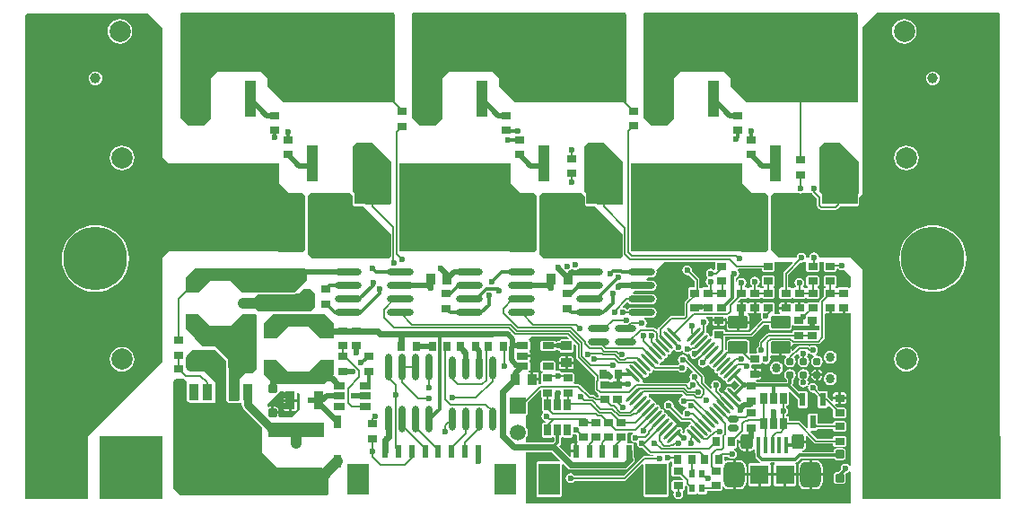
<source format=gtl>
G04 Layer_Physical_Order=1*
G04 Layer_Color=255*
%FSLAX25Y25*%
%MOIN*%
G70*
G01*
G75*
%ADD10R,0.13189X0.08858*%
%ADD11R,0.03543X0.02756*%
%ADD12R,0.02756X0.03543*%
%ADD13R,0.02362X0.04724*%
%ADD14R,0.08268X0.11811*%
%ADD15C,0.03100*%
%ADD16R,0.04331X0.02559*%
%ADD17R,0.26575X0.25984*%
%ADD18R,0.03543X0.06299*%
%ADD19O,0.02362X0.08661*%
G04:AMPARAMS|DCode=20|XSize=11.81mil|YSize=70.87mil|CornerRadius=0mil|HoleSize=0mil|Usage=FLASHONLY|Rotation=315.000|XOffset=0mil|YOffset=0mil|HoleType=Round|Shape=Round|*
%AMOVALD20*
21,1,0.05905,0.01181,0.00000,0.00000,45.0*
1,1,0.01181,-0.02088,-0.02088*
1,1,0.01181,0.02088,0.02088*
%
%ADD20OVALD20*%

G04:AMPARAMS|DCode=21|XSize=11.81mil|YSize=70.87mil|CornerRadius=0mil|HoleSize=0mil|Usage=FLASHONLY|Rotation=225.000|XOffset=0mil|YOffset=0mil|HoleType=Round|Shape=Round|*
%AMOVALD21*
21,1,0.05905,0.01181,0.00000,0.00000,315.0*
1,1,0.01181,-0.02088,0.02088*
1,1,0.01181,0.02088,-0.02088*
%
%ADD21OVALD21*%

%ADD22O,0.07874X0.02756*%
%ADD23R,0.41299X0.32992*%
%ADD24R,0.04000X0.13795*%
%ADD25R,0.02362X0.05118*%
%ADD26R,0.02362X0.03150*%
%ADD27R,0.16732X0.01968*%
%ADD28R,0.07087X0.07087*%
G04:AMPARAMS|DCode=29|XSize=59.05mil|YSize=13.78mil|CornerRadius=1.38mil|HoleSize=0mil|Usage=FLASHONLY|Rotation=90.000|XOffset=0mil|YOffset=0mil|HoleType=Round|Shape=RoundedRectangle|*
%AMROUNDEDRECTD29*
21,1,0.05905,0.01102,0,0,90.0*
21,1,0.05630,0.01378,0,0,90.0*
1,1,0.00276,0.00551,0.02815*
1,1,0.00276,0.00551,-0.02815*
1,1,0.00276,-0.00551,-0.02815*
1,1,0.00276,-0.00551,0.02815*
%
%ADD29ROUNDEDRECTD29*%
%ADD30O,0.02559X0.09842*%
G04:AMPARAMS|DCode=31|XSize=98.42mil|YSize=66.93mil|CornerRadius=16.73mil|HoleSize=0mil|Usage=FLASHONLY|Rotation=0.000|XOffset=0mil|YOffset=0mil|HoleType=Round|Shape=RoundedRectangle|*
%AMROUNDEDRECTD31*
21,1,0.09842,0.03347,0,0,0.0*
21,1,0.06496,0.06693,0,0,0.0*
1,1,0.03346,0.03248,-0.01673*
1,1,0.03346,-0.03248,-0.01673*
1,1,0.03346,-0.03248,0.01673*
1,1,0.03346,0.03248,0.01673*
%
%ADD31ROUNDEDRECTD31*%
G04:AMPARAMS|DCode=32|XSize=31.5mil|YSize=31.5mil|CornerRadius=4.72mil|HoleSize=0mil|Usage=FLASHONLY|Rotation=180.000|XOffset=0mil|YOffset=0mil|HoleType=Round|Shape=RoundedRectangle|*
%AMROUNDEDRECTD32*
21,1,0.03150,0.02205,0,0,180.0*
21,1,0.02205,0.03150,0,0,180.0*
1,1,0.00945,-0.01102,0.01102*
1,1,0.00945,0.01102,0.01102*
1,1,0.00945,0.01102,-0.01102*
1,1,0.00945,-0.01102,-0.01102*
%
%ADD32ROUNDEDRECTD32*%
%ADD33R,0.05315X0.20866*%
%ADD34R,0.03740X0.06693*%
%ADD35R,0.06693X0.03740*%
%ADD36R,0.20866X0.05315*%
%ADD37R,0.03543X0.03937*%
%ADD38R,0.02559X0.04331*%
%ADD39R,0.03937X0.03543*%
%ADD40R,0.02756X0.04724*%
G04:AMPARAMS|DCode=41|XSize=70.87mil|YSize=47.24mil|CornerRadius=4.72mil|HoleSize=0mil|Usage=FLASHONLY|Rotation=180.000|XOffset=0mil|YOffset=0mil|HoleType=Round|Shape=RoundedRectangle|*
%AMROUNDEDRECTD41*
21,1,0.07087,0.03780,0,0,180.0*
21,1,0.06142,0.04724,0,0,180.0*
1,1,0.00945,-0.03071,0.01890*
1,1,0.00945,0.03071,0.01890*
1,1,0.00945,0.03071,-0.01890*
1,1,0.00945,-0.03071,-0.01890*
%
%ADD41ROUNDEDRECTD41*%
%ADD42O,0.09842X0.02559*%
%ADD43C,0.03937*%
%ADD44C,0.00591*%
%ADD45C,0.02362*%
%ADD46C,0.01181*%
%ADD47C,0.01968*%
%ADD48C,0.03937*%
%ADD49C,0.03150*%
%ADD50C,0.00787*%
%ADD51C,0.07874*%
%ADD52C,0.23622*%
%ADD53R,0.51181X0.23622*%
%ADD54R,0.23622X0.23622*%
%ADD55R,0.35433X0.21654*%
%ADD56C,0.03400*%
G04:AMPARAMS|DCode=57|XSize=55.12mil|YSize=47.24mil|CornerRadius=11.81mil|HoleSize=0mil|Usage=FLASHONLY|Rotation=90.000|XOffset=0mil|YOffset=0mil|HoleType=Round|Shape=RoundedRectangle|*
%AMROUNDEDRECTD57*
21,1,0.05512,0.02362,0,0,90.0*
21,1,0.03150,0.04724,0,0,90.0*
1,1,0.02362,0.01181,0.01575*
1,1,0.02362,0.01181,-0.01575*
1,1,0.02362,-0.01181,-0.01575*
1,1,0.02362,-0.01181,0.01575*
%
%ADD57ROUNDEDRECTD57*%
G04:AMPARAMS|DCode=58|XSize=94.49mil|YSize=76.77mil|CornerRadius=19.19mil|HoleSize=0mil|Usage=FLASHONLY|Rotation=90.000|XOffset=0mil|YOffset=0mil|HoleType=Round|Shape=RoundedRectangle|*
%AMROUNDEDRECTD58*
21,1,0.09449,0.03839,0,0,90.0*
21,1,0.05610,0.07677,0,0,90.0*
1,1,0.03839,0.01919,0.02805*
1,1,0.03839,0.01919,-0.02805*
1,1,0.03839,-0.01919,-0.02805*
1,1,0.03839,-0.01919,0.02805*
%
%ADD58ROUNDEDRECTD58*%
%ADD59C,0.05905*%
%ADD60R,0.05905X0.05905*%
G04:AMPARAMS|DCode=61|XSize=39.37mil|YSize=27.56mil|CornerRadius=6.89mil|HoleSize=0mil|Usage=FLASHONLY|Rotation=0.000|XOffset=0mil|YOffset=0mil|HoleType=Round|Shape=RoundedRectangle|*
%AMROUNDEDRECTD61*
21,1,0.03937,0.01378,0,0,0.0*
21,1,0.02559,0.02756,0,0,0.0*
1,1,0.01378,0.01279,-0.00689*
1,1,0.01378,-0.01279,-0.00689*
1,1,0.01378,-0.01279,0.00689*
1,1,0.01378,0.01279,0.00689*
%
%ADD61ROUNDEDRECTD61*%
%ADD62C,0.02362*%
G36*
X294400Y65539D02*
X295672D01*
X296124Y65726D01*
X296597Y65562D01*
Y64038D01*
X296124Y63874D01*
X295672Y64061D01*
X292128D01*
X291676Y63874D01*
X291671Y63860D01*
X291129D01*
X291124Y63874D01*
X290672Y64061D01*
X287128D01*
X286676Y63874D01*
X286489Y63422D01*
Y62808D01*
X277527D01*
X277527Y62808D01*
X277182Y62739D01*
X276889Y62543D01*
X274292Y59947D01*
X274097Y59654D01*
X274028Y59308D01*
Y58118D01*
X273654Y57869D01*
X273262Y57283D01*
X273125Y56591D01*
X273262Y55900D01*
X273347Y55773D01*
X273080Y55273D01*
X270828D01*
X270571Y55453D01*
X270381Y55670D01*
Y59365D01*
X270298Y59780D01*
X270063Y60132D01*
X269712Y60367D01*
X269297Y60449D01*
X263155D01*
X262740Y60367D01*
X262389Y60132D01*
X262154Y59780D01*
X262071Y59365D01*
Y56809D01*
X261923Y56725D01*
X261423Y57016D01*
Y60557D01*
X261500Y60744D01*
Y61497D01*
X271000D01*
X271346Y61566D01*
X271639Y61761D01*
X275899Y66021D01*
X277819D01*
Y65035D01*
X277902Y64620D01*
X278137Y64268D01*
X278488Y64033D01*
X278903Y63951D01*
X285045D01*
X285460Y64033D01*
X285811Y64268D01*
X286046Y64620D01*
X286129Y65035D01*
Y65741D01*
X286629Y65841D01*
X286676Y65726D01*
X287128Y65539D01*
X290672D01*
X291124Y65726D01*
X291129Y65740D01*
X291671D01*
X291676Y65726D01*
X292128Y65539D01*
X293400D01*
Y67556D01*
X294400D01*
Y65539D01*
D02*
G37*
G36*
X87500Y69554D02*
Y49500D01*
X86000Y48000D01*
X83000D01*
X81000Y46000D01*
Y38000D01*
X80500Y37500D01*
X77500D01*
X77000Y38000D01*
Y53000D01*
X72000Y58000D01*
X67559D01*
X64550Y61009D01*
X61008Y64551D01*
X61008Y70063D01*
X65732D01*
X70161Y65634D01*
X77838Y65634D01*
X82267Y70063D01*
X86991D01*
X87500Y69554D01*
D02*
G37*
G36*
X115992Y66449D02*
X115992Y60937D01*
X111268D01*
X106840Y65366D01*
X99162Y65366D01*
X94733Y60937D01*
X90009D01*
X90009Y66450D01*
X93550Y69991D01*
X112450Y69991D01*
X115992Y66449D01*
D02*
G37*
G36*
X52500Y176000D02*
Y128000D01*
X58000Y122500D01*
Y96500D01*
X52500Y91000D01*
X52500Y52105D01*
X24895Y24500D01*
X1879Y21057D01*
X1500Y21383D01*
Y181000D01*
X2000Y181500D01*
X47000D01*
X52500Y176000D01*
D02*
G37*
G36*
X306000Y70227D02*
X307272D01*
X307600Y70363D01*
X308100Y70137D01*
Y13596D01*
X307600Y13444D01*
X307377Y13777D01*
X306791Y14169D01*
X306100Y14306D01*
X305409Y14169D01*
X304823Y13777D01*
X304431Y13191D01*
X304294Y12500D01*
X304351Y12209D01*
X303399Y11257D01*
X302898D01*
X302483Y11175D01*
X302131Y10940D01*
X301896Y10588D01*
X301814Y10173D01*
Y7969D01*
X301896Y7554D01*
X302131Y7202D01*
X302483Y6967D01*
X302898Y6885D01*
X305102D01*
X305517Y6967D01*
X305869Y7202D01*
X306104Y7554D01*
X306186Y7969D01*
Y10173D01*
X306109Y10561D01*
X306277Y10729D01*
X306791Y10831D01*
X307377Y11223D01*
X307600Y11556D01*
X308100Y11404D01*
Y-300D01*
X187854Y-501D01*
X187500Y-148D01*
X187500Y18694D01*
X196928D01*
X200010Y15612D01*
X199802Y15112D01*
X191943D01*
X191491Y14924D01*
X191304Y14472D01*
Y2661D01*
X191491Y2209D01*
X191943Y2022D01*
X200211D01*
X200663Y2209D01*
X200850Y2661D01*
Y14064D01*
X201350Y14271D01*
X202899Y12723D01*
X203485Y12331D01*
X204176Y12194D01*
X224000D01*
X224691Y12331D01*
X225277Y12723D01*
X227277Y14723D01*
X227669Y15309D01*
X227806Y16000D01*
X227669Y16691D01*
X227584Y16818D01*
Y21362D01*
X227397Y21814D01*
X226945Y22001D01*
X225264D01*
X225060Y22501D01*
X225211Y22866D01*
Y25622D01*
X225555Y26097D01*
X227226D01*
X227335Y25597D01*
X226857Y25277D01*
X226465Y24691D01*
X226327Y24000D01*
X226465Y23309D01*
X226857Y22723D01*
X227443Y22331D01*
X228134Y22194D01*
X228266Y22220D01*
X228733Y21803D01*
X228831Y21309D01*
X229223Y20723D01*
X229809Y20331D01*
X230500Y20194D01*
X230941Y20281D01*
X233218Y18004D01*
X233511Y17809D01*
X233857Y17740D01*
X233857Y17740D01*
X234689D01*
X234972Y17240D01*
X234950Y17203D01*
X231300D01*
X230954Y17134D01*
X230661Y16939D01*
X223626Y9903D01*
X205527D01*
X205277Y10277D01*
X204691Y10669D01*
X204000Y10806D01*
X203309Y10669D01*
X202723Y10277D01*
X202331Y9691D01*
X202194Y9000D01*
X202331Y8309D01*
X202723Y7723D01*
X203309Y7331D01*
X204000Y7194D01*
X204691Y7331D01*
X205277Y7723D01*
X205527Y8097D01*
X224000D01*
X224346Y8166D01*
X224639Y8361D01*
X230530Y14253D01*
X231030Y14046D01*
Y2661D01*
X231217Y2209D01*
X231669Y2022D01*
X239937D01*
X240389Y2209D01*
X240576Y2661D01*
Y14472D01*
X240543Y14553D01*
X240691Y14831D01*
X241227Y15189D01*
X241458Y15131D01*
X241727Y14996D01*
Y14228D01*
X241914Y13776D01*
Y13643D01*
X241776Y13586D01*
X241589Y13134D01*
Y10378D01*
X241776Y9926D01*
X242228Y9739D01*
X244740D01*
X245717Y8761D01*
X245510Y8261D01*
X242228D01*
X241776Y8074D01*
X241589Y7622D01*
Y4866D01*
X241776Y4414D01*
X242118Y4273D01*
X242380Y3765D01*
X242331Y3691D01*
X242194Y3000D01*
X242331Y2309D01*
X242723Y1723D01*
X243309Y1331D01*
X244000Y1194D01*
X244691Y1331D01*
X245277Y1723D01*
X245669Y2309D01*
X245806Y3000D01*
X245669Y3691D01*
X245620Y3765D01*
X245882Y4273D01*
X246224Y4414D01*
X246411Y4866D01*
Y6010D01*
X246705Y6157D01*
X246911Y6186D01*
X247310Y5787D01*
Y3669D01*
X247497Y3217D01*
X247949Y3030D01*
X250311D01*
X250763Y3217D01*
X251237Y3217D01*
X251689Y3030D01*
X254051D01*
X254503Y3217D01*
X254690Y3669D01*
Y4341D01*
X255953D01*
X256228Y4227D01*
X259772D01*
X260224Y4414D01*
X260411Y4866D01*
Y5782D01*
X260911Y5933D01*
X261098Y5653D01*
X261928Y5098D01*
X262908Y4904D01*
X264327D01*
Y10268D01*
Y15632D01*
X262908D01*
X261928Y15437D01*
X261714Y15294D01*
X261273Y15530D01*
Y17097D01*
X262473D01*
X262723Y16723D01*
X263309Y16331D01*
X264000Y16194D01*
X264691Y16331D01*
X265277Y16723D01*
X265669Y17309D01*
X265806Y18000D01*
X265669Y18691D01*
X265277Y19277D01*
X264811Y19589D01*
X264946Y20089D01*
X265134D01*
X265586Y20276D01*
X265773Y20728D01*
Y23240D01*
X266102Y23569D01*
X266564Y23377D01*
Y22973D01*
X269551D01*
Y22472D01*
X270051D01*
Y19091D01*
X270732D01*
X271424Y19229D01*
X272010Y19620D01*
X272088Y19738D01*
X272588Y19586D01*
Y18476D01*
X272645Y18192D01*
X272678Y18143D01*
Y17118D01*
X272678Y17118D01*
X272769Y16657D01*
X273030Y16267D01*
X274149Y15148D01*
X274149Y15148D01*
X274445Y14950D01*
X274374Y14479D01*
X274362Y14450D01*
X270732D01*
X270280Y14263D01*
X270093Y13811D01*
Y10768D01*
X274275D01*
X278458D01*
Y13811D01*
X278271Y14263D01*
X278192Y14296D01*
X278291Y14796D01*
X279709D01*
X279808Y14296D01*
X279729Y14263D01*
X279542Y13811D01*
Y10768D01*
X287907D01*
Y13811D01*
X287720Y14263D01*
X287611Y14308D01*
X287662Y14828D01*
X287961Y14887D01*
X288351Y15148D01*
X289499Y16296D01*
X301974D01*
X302131Y16060D01*
X302483Y15825D01*
X302898Y15743D01*
X305102D01*
X305517Y15825D01*
X305869Y16060D01*
X306104Y16412D01*
X306186Y16827D01*
Y19031D01*
X306104Y19446D01*
X305869Y19798D01*
X305517Y20033D01*
X305102Y20115D01*
X302898D01*
X302483Y20033D01*
X302131Y19798D01*
X301896Y19446D01*
X301814Y19031D01*
Y18704D01*
X290247D01*
X290198Y19204D01*
X290321Y19229D01*
X290907Y19620D01*
X291299Y20206D01*
X291436Y20898D01*
Y21972D01*
X288449D01*
Y22973D01*
X291436D01*
Y24047D01*
X291304Y24712D01*
X291326Y24743D01*
X291774Y24949D01*
X294617Y22106D01*
X294910Y21910D01*
X295256Y21841D01*
X301589D01*
Y21366D01*
X301776Y20914D01*
X302228Y20727D01*
X305772D01*
X306224Y20914D01*
X306411Y21366D01*
Y24122D01*
X306224Y24574D01*
X305772Y24761D01*
X302228D01*
X301776Y24574D01*
X301589Y24122D01*
Y23647D01*
X295630D01*
X293109Y26168D01*
X293317Y26668D01*
X295181D01*
X295633Y26855D01*
X295820Y27307D01*
Y27353D01*
X301589D01*
Y26878D01*
X301776Y26426D01*
X302228Y26239D01*
X305772D01*
X306224Y26426D01*
X306411Y26878D01*
Y29634D01*
X306224Y30086D01*
X305772Y30273D01*
X302228D01*
X301776Y30086D01*
X301589Y29634D01*
Y29159D01*
X295984D01*
X295820Y29323D01*
Y32425D01*
X295633Y32877D01*
X295181Y33064D01*
X292819D01*
X292367Y32877D01*
X292180Y32425D01*
Y27805D01*
X291680Y27598D01*
X289363Y29914D01*
X289070Y30110D01*
X288724Y30179D01*
X285159D01*
Y31441D01*
X284972Y31893D01*
X284520Y32080D01*
X284143D01*
Y32633D01*
X284277Y32723D01*
X284669Y33309D01*
X284806Y34000D01*
X284669Y34691D01*
X284277Y35277D01*
X284143Y35367D01*
Y35920D01*
X284520D01*
X284972Y36107D01*
X285159Y36559D01*
Y40825D01*
X285330Y40957D01*
X285621Y41070D01*
X288439Y38251D01*
Y35575D01*
X288627Y35123D01*
X289079Y34936D01*
X291441D01*
X291893Y35123D01*
X292080Y35575D01*
Y40693D01*
X291893Y41145D01*
X291441Y41332D01*
X289079D01*
X288857Y41240D01*
X286548Y43549D01*
X286613Y43645D01*
X286704Y44106D01*
Y45630D01*
X287043Y45857D01*
X287516Y46565D01*
X287683Y47400D01*
X287516Y48235D01*
X287043Y48943D01*
X286335Y49416D01*
X285500Y49582D01*
X284665Y49416D01*
X283957Y48943D01*
X283484Y48235D01*
X283317Y47400D01*
X283484Y46565D01*
X283957Y45857D01*
X284296Y45630D01*
Y44704D01*
X273382D01*
X273224Y45086D01*
X272883Y45227D01*
X272983Y45727D01*
X274272D01*
X274724Y45914D01*
X274911Y46366D01*
Y47244D01*
X272500D01*
Y47744D01*
X272000D01*
Y49761D01*
X271469D01*
X271059Y50261D01*
X271106Y50500D01*
X271059Y50739D01*
X271469Y51239D01*
X274272D01*
X274724Y51426D01*
X274850Y51731D01*
X275067Y51819D01*
X275287Y51869D01*
X275406Y51867D01*
X275909Y51531D01*
X276600Y51394D01*
X277291Y51531D01*
X277877Y51923D01*
X278269Y52509D01*
X278406Y53200D01*
X278269Y53891D01*
X278430Y54551D01*
X278487Y54584D01*
X278503Y54582D01*
X278903Y54502D01*
X281474D01*
Y57476D01*
X281974D01*
Y57976D01*
X286129D01*
Y58415D01*
X286629Y58797D01*
X286631Y58797D01*
X295958D01*
X296304Y58866D01*
X296597Y59061D01*
X298139Y60603D01*
X298334Y60896D01*
X298403Y61242D01*
X298403Y61242D01*
Y70010D01*
X298728Y70227D01*
X300000D01*
Y72244D01*
X301000D01*
Y70227D01*
X302272D01*
X302724Y70414D01*
X302729Y70428D01*
X303271D01*
X303276Y70414D01*
X303728Y70227D01*
X305000D01*
Y72244D01*
X306000D01*
Y70227D01*
D02*
G37*
G36*
X298089Y89134D02*
Y86378D01*
X298276Y85926D01*
X298728Y85739D01*
X302272D01*
X302724Y85926D01*
X302911Y86378D01*
Y86689D01*
X303411Y86840D01*
X303423Y86823D01*
X304009Y86431D01*
X304700Y86294D01*
X305391Y86431D01*
X305498Y86502D01*
X308100Y83900D01*
Y79863D01*
X307600Y79637D01*
X307272Y79773D01*
X303728D01*
X303276Y79586D01*
X303271Y79572D01*
X302729D01*
X302724Y79586D01*
X302327Y79750D01*
X302298Y80000D01*
X302327Y80250D01*
X302724Y80414D01*
X302911Y80866D01*
Y83622D01*
X302724Y84074D01*
X302272Y84261D01*
X298728D01*
X298276Y84074D01*
X298089Y83622D01*
Y80866D01*
X298276Y80414D01*
X298673Y80250D01*
X298702Y80000D01*
X298673Y79750D01*
X298276Y79586D01*
X298089Y79134D01*
Y76622D01*
X296861Y75395D01*
X296666Y75102D01*
X296597Y74756D01*
Y74354D01*
X296097Y74127D01*
X295772Y74261D01*
X292228D01*
X291776Y74074D01*
X291771Y74060D01*
X291229D01*
X291224Y74074D01*
X290772Y74261D01*
X289500D01*
Y72244D01*
X288500D01*
Y74261D01*
X287228D01*
X286776Y74074D01*
X286771Y74060D01*
X286229D01*
X286224Y74074D01*
X285772Y74261D01*
X284500D01*
Y72244D01*
X284000D01*
Y71744D01*
X281589D01*
Y70866D01*
X281776Y70414D01*
X281815Y70398D01*
X281716Y69898D01*
X279784D01*
X279685Y70398D01*
X279724Y70414D01*
X279911Y70866D01*
Y73622D01*
X279724Y74074D01*
X279272Y74261D01*
X275728D01*
X275276Y74074D01*
X275271Y74060D01*
X274729D01*
X274724Y74074D01*
X274272Y74261D01*
X273000D01*
Y72244D01*
Y70227D01*
X274272D01*
X274509Y70325D01*
X274742Y70119D01*
X274876Y69936D01*
X274749Y69300D01*
X274887Y68609D01*
X275122Y68257D01*
X275132Y68168D01*
X275016Y67671D01*
X274986Y67630D01*
X274886Y67563D01*
X270626Y63303D01*
X261500D01*
Y63500D01*
X261313Y63952D01*
X260861Y64139D01*
X257317D01*
X256866Y63952D01*
X256678Y63500D01*
Y61831D01*
X256271Y61564D01*
X255785Y61733D01*
X255641Y62008D01*
X255603Y62195D01*
X255342Y62586D01*
X254952Y62847D01*
X254765Y62884D01*
X254699Y62919D01*
X254638Y62963D01*
X254401Y63344D01*
X254383Y63427D01*
X254403Y63528D01*
X254403Y63528D01*
Y65473D01*
X254777Y65723D01*
X255169Y66309D01*
X255306Y67000D01*
X255169Y67691D01*
X254777Y68277D01*
X254328Y68577D01*
X254480Y69077D01*
X256635D01*
X256678Y69012D01*
Y68134D01*
X259089D01*
X261500D01*
Y68722D01*
X261571Y68748D01*
X262071Y68396D01*
Y67424D01*
X266226D01*
X270381D01*
Y68814D01*
X270298Y69229D01*
X270063Y69581D01*
X269979Y69637D01*
X269888Y70228D01*
X270276Y70414D01*
X270728Y70227D01*
X272000D01*
Y72244D01*
Y74261D01*
X270728D01*
X270276Y74074D01*
X270271Y74060D01*
X269729D01*
X269724Y74074D01*
X269272Y74261D01*
X268000D01*
Y72244D01*
X267000D01*
Y74261D01*
X266398D01*
X266191Y74761D01*
X267168Y75739D01*
X269272D01*
X269724Y75926D01*
X269729Y75940D01*
X270271D01*
X270276Y75926D01*
X270728Y75739D01*
X274272D01*
X274724Y75926D01*
X274729Y75940D01*
X275271D01*
X275276Y75926D01*
X275728Y75739D01*
X279272D01*
X279724Y75926D01*
X279911Y76378D01*
Y79134D01*
X279724Y79586D01*
X279327Y79750D01*
X279298Y80000D01*
X279327Y80250D01*
X279724Y80414D01*
X279911Y80866D01*
Y83622D01*
X279724Y84074D01*
X279272Y84261D01*
X275728D01*
X275276Y84074D01*
X275089Y83622D01*
Y80866D01*
X275276Y80414D01*
X275673Y80250D01*
X275702Y80000D01*
X275673Y79750D01*
X275276Y79586D01*
X275271Y79572D01*
X274729D01*
X274724Y79586D01*
X274272Y79773D01*
X273403D01*
Y80473D01*
X273777Y80723D01*
X274169Y81309D01*
X274306Y82000D01*
X274169Y82691D01*
X273777Y83277D01*
X273191Y83669D01*
X272500Y83806D01*
X271809Y83669D01*
X271223Y83277D01*
X270831Y82691D01*
X270694Y82000D01*
X270831Y81309D01*
X271223Y80723D01*
X271597Y80473D01*
Y79773D01*
X270728D01*
X270276Y79586D01*
X270271Y79572D01*
X269729D01*
X269724Y79586D01*
X269272Y79773D01*
X269004D01*
X268869Y80041D01*
X268811Y80273D01*
X269169Y80809D01*
X269306Y81500D01*
X269169Y82191D01*
X268777Y82777D01*
X268191Y83169D01*
X267500Y83306D01*
X266809Y83169D01*
X266223Y82777D01*
X265831Y82191D01*
X265804Y82056D01*
X265304Y82105D01*
Y83374D01*
X265591Y83431D01*
X266177Y83823D01*
X266569Y84409D01*
X266706Y85100D01*
X266569Y85791D01*
X266194Y86353D01*
X266222Y86491D01*
X266366Y86853D01*
X275089D01*
Y86378D01*
X275276Y85926D01*
X275728Y85739D01*
X279272D01*
X279724Y85926D01*
X279911Y86378D01*
Y89134D01*
X280089Y89400D01*
X286369D01*
X286561Y88938D01*
X283361Y85739D01*
X283166Y85446D01*
X283097Y85100D01*
Y79773D01*
X282228D01*
X281776Y79586D01*
X281589Y79134D01*
Y76378D01*
X281776Y75926D01*
X282228Y75739D01*
X285772D01*
X286224Y75926D01*
X286229Y75940D01*
X286771D01*
X286776Y75926D01*
X287228Y75739D01*
X290772D01*
X291224Y75926D01*
X291229Y75940D01*
X291771D01*
X291776Y75926D01*
X292228Y75739D01*
X295772D01*
X296224Y75926D01*
X296411Y76378D01*
Y79134D01*
X296224Y79586D01*
X295827Y79750D01*
X295798Y80000D01*
X295827Y80250D01*
X296224Y80414D01*
X296411Y80866D01*
Y83622D01*
X296224Y84074D01*
X295772Y84261D01*
X292228D01*
X291776Y84074D01*
X291589Y83622D01*
Y80866D01*
X291776Y80414D01*
X292173Y80250D01*
X292202Y80000D01*
X292173Y79750D01*
X291776Y79586D01*
X291771Y79572D01*
X291229D01*
X291224Y79586D01*
X290772Y79773D01*
X290504D01*
X290369Y80041D01*
X290311Y80273D01*
X290669Y80809D01*
X290806Y81500D01*
X290669Y82191D01*
X290277Y82777D01*
X289691Y83169D01*
X289000Y83306D01*
X288309Y83169D01*
X287723Y82777D01*
X287331Y82191D01*
X287194Y81500D01*
X287331Y80809D01*
X287689Y80273D01*
X287631Y80041D01*
X287496Y79773D01*
X287228D01*
X286776Y79586D01*
X286771Y79572D01*
X286229D01*
X286224Y79586D01*
X285772Y79773D01*
X284903D01*
Y84726D01*
X289359Y89181D01*
X289800Y89094D01*
X290491Y89231D01*
X290744Y89400D01*
X291411D01*
X291589Y89134D01*
Y86378D01*
X291776Y85926D01*
X292228Y85739D01*
X295772D01*
X296224Y85926D01*
X296411Y86378D01*
Y89134D01*
X296589Y89400D01*
X297911D01*
X298089Y89134D01*
D02*
G37*
G36*
X257689D02*
Y86642D01*
X257189Y86403D01*
X256791Y86669D01*
X256100Y86806D01*
X255409Y86669D01*
X254823Y86277D01*
X254431Y85691D01*
X254294Y85000D01*
X254431Y84309D01*
X254720Y83877D01*
X254723Y83277D01*
X254331Y82691D01*
X254194Y82000D01*
X254331Y81309D01*
X254723Y80723D01*
X255097Y80473D01*
Y79773D01*
X253328D01*
X252876Y79586D01*
X252871Y79572D01*
X252329D01*
X252324Y79586D01*
X251903Y79760D01*
Y82522D01*
X251903Y82522D01*
X251834Y82868D01*
X251639Y83161D01*
X249050Y85750D01*
X249137Y86191D01*
X249000Y86883D01*
X248608Y87469D01*
X248022Y87860D01*
X247331Y87998D01*
X246640Y87860D01*
X246054Y87469D01*
X245662Y86883D01*
X245525Y86191D01*
X245662Y85500D01*
X246054Y84914D01*
X246640Y84522D01*
X247331Y84385D01*
X247772Y84473D01*
X250097Y82148D01*
Y79773D01*
X248328D01*
X247876Y79586D01*
X247689Y79134D01*
Y76378D01*
X247876Y75926D01*
X247879Y75912D01*
X246561Y74595D01*
X246366Y74301D01*
X246297Y73956D01*
Y69416D01*
X246127Y69246D01*
X241342D01*
X240997Y69177D01*
X240704Y68981D01*
X236786Y65063D01*
X236590Y64770D01*
X236522Y64425D01*
Y64332D01*
X236060Y64141D01*
X235495Y64706D01*
X235202Y64901D01*
X234856Y64970D01*
X232210D01*
X231943Y65470D01*
X232169Y65809D01*
X232306Y66500D01*
X232169Y67191D01*
X231777Y67777D01*
X231375Y68046D01*
X231527Y68546D01*
X234154D01*
X234883Y68691D01*
X235502Y69104D01*
X235915Y69723D01*
X236060Y70453D01*
X235915Y71182D01*
X235502Y71801D01*
X234883Y72214D01*
X234154Y72360D01*
X226870D01*
X226140Y72214D01*
X225522Y71801D01*
X225442Y71682D01*
X224841D01*
X224777Y71777D01*
X224191Y72169D01*
X223659Y72275D01*
X223443Y72766D01*
X224947Y74269D01*
X225444Y74221D01*
X225522Y74104D01*
X226140Y73691D01*
X226870Y73546D01*
X234154D01*
X234883Y73691D01*
X235502Y74104D01*
X235915Y74723D01*
X236060Y75453D01*
X235915Y76182D01*
X235502Y76801D01*
X234883Y77214D01*
X234154Y77359D01*
X227467D01*
X227259Y77859D01*
X227946Y78546D01*
X234154D01*
X234883Y78691D01*
X235502Y79105D01*
X235915Y79723D01*
X236060Y80453D01*
X235915Y81182D01*
X235502Y81801D01*
X234883Y82214D01*
X234154Y82359D01*
X232413D01*
X232221Y82821D01*
X232946Y83546D01*
X234154D01*
X234883Y83691D01*
X235502Y84105D01*
X235915Y84723D01*
X236060Y85453D01*
X235915Y86182D01*
X235782Y86382D01*
X238800Y89400D01*
X257511D01*
X257689Y89134D01*
D02*
G37*
G36*
X107480Y79134D02*
X109058Y77557D01*
X109041Y72427D01*
X107614Y71000D01*
X88000Y71000D01*
X86500Y72500D01*
Y76000D01*
X87798Y77298D01*
X101437D01*
X101889Y77485D01*
X101904Y77500D01*
X103000D01*
X104634Y79134D01*
X107480Y79134D01*
D02*
G37*
G36*
X106000Y86000D02*
Y82500D01*
X101437Y77937D01*
X82269D01*
X77839Y82366D01*
X70162Y82366D01*
X65733Y77937D01*
X61009D01*
X61009Y83450D01*
X64550Y86991D01*
X82447Y86991D01*
D01*
X105009D01*
X106000Y86000D01*
D02*
G37*
G36*
X76000Y52500D02*
Y44500D01*
Y38000D01*
X77000Y37000D01*
X77164D01*
X77500Y36861D01*
X80500D01*
X80836Y37000D01*
X81792D01*
Y36400D01*
X81960Y35555D01*
X82439Y34839D01*
X89500Y27778D01*
Y18500D01*
X95000Y13000D01*
X111500D01*
X114000Y10500D01*
Y3000D01*
X113500Y2500D01*
X59000D01*
X56500Y5000D01*
Y45000D01*
X57500Y46000D01*
X60500D01*
X61500Y45000D01*
Y38000D01*
X61589Y37911D01*
Y37850D01*
X61776Y37398D01*
X62228Y37211D01*
X62289D01*
X62500Y37000D01*
X72000D01*
Y44500D01*
X68000Y48500D01*
X63000D01*
X61500Y50000D01*
Y54500D01*
X63500Y56500D01*
X72000D01*
X76000Y52500D01*
D02*
G37*
G36*
X115991Y47550D02*
X112450Y44009D01*
X93550Y44009D01*
X90008Y47551D01*
X90008Y53063D01*
X94731D01*
X99160Y48634D01*
X106838Y48634D01*
X111267Y53063D01*
X115991D01*
X115991Y47550D01*
D02*
G37*
G36*
X242923Y56323D02*
X243509Y55931D01*
X244200Y55794D01*
X244891Y55931D01*
X245320Y56217D01*
X245679Y56211D01*
X245917Y56081D01*
X246223Y55623D01*
X246809Y55231D01*
X247500Y55094D01*
X248084Y55210D01*
X248163Y55131D01*
X248300Y54440D01*
X248692Y53854D01*
X249278Y53462D01*
X249548Y53408D01*
X249579Y53387D01*
X250040Y53296D01*
X250501Y53387D01*
X250593Y53449D01*
X250660Y53462D01*
X251246Y53854D01*
X251494Y54225D01*
X251694Y54261D01*
X252098Y54147D01*
X252247Y53923D01*
X252193Y53358D01*
X251923Y53177D01*
X251531Y52591D01*
X251394Y51900D01*
X251531Y51209D01*
X251923Y50623D01*
X252509Y50231D01*
X253200Y50094D01*
X253891Y50231D01*
X254477Y50623D01*
X254630Y50852D01*
X255013Y51126D01*
X255271Y50979D01*
X255422Y50878D01*
X255609Y50841D01*
X255947Y50664D01*
X256125Y50325D01*
X256162Y50138D01*
X256423Y49747D01*
X256814Y49486D01*
X257001Y49449D01*
X257462Y49207D01*
X257554Y48746D01*
X257815Y48355D01*
X258206Y48094D01*
X258393Y48057D01*
X258854Y47815D01*
X258946Y47354D01*
X259207Y46964D01*
X259598Y46702D01*
X259785Y46665D01*
X260246Y46423D01*
X260338Y45962D01*
X260599Y45572D01*
X260990Y45311D01*
X261177Y45273D01*
X261638Y45031D01*
X261730Y44570D01*
X261991Y44180D01*
X262382Y43919D01*
X262842Y43827D01*
X263303Y43919D01*
X263694Y44180D01*
X264930Y45416D01*
X266719Y43627D01*
X266694Y43500D01*
X266719Y43373D01*
X264930Y41584D01*
X263694Y42820D01*
X263303Y43081D01*
X262842Y43173D01*
X262382Y43081D01*
X261991Y42820D01*
X261730Y42430D01*
X261638Y41969D01*
X261177Y41727D01*
X261036Y41699D01*
X263892Y38843D01*
X263185Y38135D01*
X260329Y40992D01*
X260314Y40914D01*
X259771Y40750D01*
X259000Y41521D01*
X259037Y42062D01*
X259277Y42223D01*
X259669Y42809D01*
X259806Y43500D01*
X259669Y44191D01*
X259277Y44777D01*
X258691Y45169D01*
X258000Y45306D01*
X257309Y45169D01*
X256723Y44777D01*
X256331Y44191D01*
X256194Y43500D01*
X256331Y42809D01*
X256456Y42622D01*
X256068Y42303D01*
X253651Y44719D01*
Y46675D01*
X253651Y46675D01*
X253583Y47021D01*
X253387Y47314D01*
X253387Y47314D01*
X247458Y53242D01*
X247369Y53691D01*
X246977Y54277D01*
X246391Y54669D01*
X245700Y54806D01*
X245009Y54669D01*
X244423Y54277D01*
X244031Y53691D01*
X243894Y53000D01*
X244031Y52309D01*
X244423Y51723D01*
Y51647D01*
X244212Y51262D01*
X243973Y50903D01*
X237412D01*
X237145Y51403D01*
X237230Y51530D01*
X237267Y51717D01*
X237445Y52055D01*
X237783Y52233D01*
X237970Y52270D01*
X238361Y52531D01*
X238622Y52922D01*
X238713Y53383D01*
X239175Y53625D01*
X239362Y53662D01*
X239753Y53923D01*
X240014Y54314D01*
X240051Y54501D01*
X240228Y54839D01*
X240567Y55017D01*
X240754Y55054D01*
X241145Y55315D01*
X241406Y55706D01*
X241443Y55893D01*
X241620Y56231D01*
X241959Y56409D01*
X242146Y56446D01*
X242536Y56707D01*
X242666D01*
X242923Y56323D01*
D02*
G37*
G36*
X249460Y48686D02*
X249349Y48214D01*
X249285Y48153D01*
X248723Y47777D01*
X248331Y47191D01*
X248194Y46500D01*
X248331Y45809D01*
X248511Y45540D01*
X248390Y44889D01*
X248223Y44777D01*
X247884Y44271D01*
X247343Y44105D01*
X247309Y44139D01*
X247016Y44334D01*
X246670Y44403D01*
X231011D01*
X230639Y44872D01*
X230715Y45217D01*
X230823Y45273D01*
X230964Y45301D01*
X228108Y48158D01*
X228815Y48865D01*
X231671Y46008D01*
X231754Y46423D01*
X232215Y46665D01*
X232402Y46702D01*
X232793Y46964D01*
X233054Y47354D01*
X233146Y47815D01*
X233607Y48057D01*
X233794Y48094D01*
X234185Y48355D01*
X234446Y48746D01*
X234476Y48900D01*
X234975Y49164D01*
X234999Y49161D01*
X235324Y49097D01*
X235324Y49097D01*
X243973D01*
X244223Y48723D01*
X244809Y48331D01*
X245500Y48194D01*
X246191Y48331D01*
X246777Y48723D01*
X247169Y49309D01*
X247306Y50000D01*
X247273Y50165D01*
X247734Y50411D01*
X249460Y48686D01*
D02*
G37*
G36*
X245780Y39772D02*
X245615Y39230D01*
X245309Y39169D01*
X244723Y38777D01*
X244331Y38191D01*
X244194Y37500D01*
X244331Y36809D01*
X244723Y36223D01*
X245309Y35831D01*
X246000Y35694D01*
X246350Y35763D01*
X246926Y35432D01*
X246960Y35261D01*
X247042Y35139D01*
X246885Y34762D01*
X246771Y34644D01*
X246223Y34277D01*
X245831Y33691D01*
X245694Y33000D01*
X245746Y32739D01*
X245285Y32493D01*
X242219Y35559D01*
X242306Y36000D01*
X242169Y36691D01*
X241777Y37277D01*
X241191Y37669D01*
X240500Y37806D01*
X239809Y37669D01*
X239223Y37277D01*
X238831Y36691D01*
X238694Y36000D01*
X238831Y35309D01*
X239223Y34723D01*
X239809Y34331D01*
X240500Y34194D01*
X240941Y34281D01*
X244928Y30294D01*
X245221Y30099D01*
X245567Y30030D01*
X248399D01*
X248724Y29644D01*
X248586Y29186D01*
X248462Y29162D01*
X248072Y28901D01*
X247811Y28510D01*
X247719Y28049D01*
X247257Y27807D01*
X247070Y27770D01*
X246680Y27509D01*
X246419Y27118D01*
X246327Y26658D01*
X246416Y26211D01*
X246146Y25780D01*
X245886Y25753D01*
X245581Y26197D01*
X245673Y26658D01*
X245581Y27118D01*
X245320Y27509D01*
X244930Y27770D01*
X244469Y27862D01*
X244227Y28323D01*
X244199Y28464D01*
X241343Y25608D01*
X240635Y26315D01*
X243492Y29171D01*
X243351Y29199D01*
X242889Y29441D01*
X242798Y29902D01*
X242536Y30293D01*
X242146Y30554D01*
X241959Y30591D01*
X241497Y30833D01*
X241406Y31294D01*
X241145Y31685D01*
X240754Y31946D01*
X240567Y31983D01*
X240105Y32225D01*
X240014Y32686D01*
X239753Y33077D01*
X239362Y33338D01*
X239175Y33375D01*
X238713Y33617D01*
X238622Y34078D01*
X238361Y34469D01*
X237970Y34730D01*
X237783Y34767D01*
X237321Y35009D01*
X237230Y35470D01*
X236969Y35861D01*
X236578Y36122D01*
X236391Y36159D01*
X235929Y36401D01*
X235838Y36862D01*
X235577Y37253D01*
X235186Y37514D01*
X234999Y37551D01*
X234538Y37793D01*
X234446Y38254D01*
X234185Y38645D01*
X233794Y38906D01*
X233607Y38943D01*
X233146Y39185D01*
X233054Y39646D01*
X232995Y39735D01*
X233262Y40235D01*
X245318D01*
X245780Y39772D01*
D02*
G37*
G36*
X193089Y41505D02*
Y39366D01*
X193276Y38914D01*
X193652Y38758D01*
X193541Y38490D01*
Y34159D01*
X193728Y33707D01*
X193666Y33192D01*
X193331Y32691D01*
X193194Y32000D01*
X193331Y31309D01*
X193723Y30723D01*
X194309Y30331D01*
X194501Y30293D01*
X194551Y30255D01*
X194732Y29737D01*
X194684Y29680D01*
X194180D01*
X193728Y29493D01*
X193541Y29041D01*
Y24710D01*
X193728Y24258D01*
X194180Y24071D01*
X196739D01*
X196966Y24165D01*
X197330Y24232D01*
X197694Y24165D01*
X197921Y24071D01*
X197993D01*
Y22696D01*
X197603Y22306D01*
X187500D01*
Y24089D01*
X187595Y24213D01*
X187952Y25075D01*
X188074Y26000D01*
X187952Y26925D01*
X187595Y27787D01*
X187500Y27911D01*
Y32428D01*
X187905Y32595D01*
X188092Y33047D01*
Y37215D01*
X192589Y41712D01*
X193089Y41505D01*
D02*
G37*
G36*
X203437Y61022D02*
X203245Y60561D01*
X200532D01*
X200079Y60373D01*
X199892Y59921D01*
X199881Y59912D01*
X199709Y59947D01*
X199018Y59809D01*
X198854Y59699D01*
X198242Y59872D01*
X197790Y60059D01*
X193459D01*
X193007Y59872D01*
X192820Y59420D01*
Y56861D01*
X193007Y56409D01*
X193459Y56221D01*
X197790D01*
X198242Y56409D01*
X198854Y56581D01*
X199018Y56471D01*
X199709Y56334D01*
X199796Y56351D01*
X199886Y56261D01*
X199886Y56261D01*
X199962Y56210D01*
X200079Y55926D01*
X200532Y55739D01*
X204468D01*
X204921Y55926D01*
X205108Y56378D01*
Y58698D01*
X205570Y58889D01*
X206068Y58391D01*
Y53936D01*
X206136Y53590D01*
X206332Y53297D01*
X213077Y46552D01*
Y45491D01*
X213039Y45301D01*
Y41811D01*
X213108Y41465D01*
X213304Y41172D01*
X214163Y40314D01*
X214476Y39974D01*
X214289Y39522D01*
Y39047D01*
X213749D01*
X213138Y39658D01*
X212845Y39854D01*
X212499Y39923D01*
X211354D01*
X207572Y43706D01*
X207279Y43901D01*
X206933Y43970D01*
X205421D01*
X205242Y44470D01*
X205411Y44878D01*
Y47634D01*
X205224Y48086D01*
X204772Y48273D01*
X201228D01*
X201208Y48265D01*
X201192Y48258D01*
X200754Y48112D01*
X200754Y48112D01*
X200577Y48377D01*
X200480Y48443D01*
X200480Y48443D01*
X200425Y48479D01*
X199991Y48769D01*
X199300Y48906D01*
X198727Y48792D01*
X198442Y49038D01*
X198349Y49188D01*
X198429Y49380D01*
Y51939D01*
X198242Y52391D01*
X197790Y52579D01*
X193459D01*
X193007Y52391D01*
X192820Y51939D01*
Y49380D01*
X193007Y48928D01*
X193459Y48741D01*
X193651D01*
X193728Y48273D01*
X193276Y48086D01*
X193089Y47634D01*
Y44878D01*
X193228Y44543D01*
X193003Y44072D01*
X192615Y44004D01*
X192160Y44350D01*
Y45200D01*
X189750D01*
Y45700D01*
X189250D01*
Y48308D01*
X188601D01*
X188502Y48808D01*
X188793Y48928D01*
X188980Y49380D01*
Y51939D01*
X188886Y52166D01*
X188819Y52530D01*
X188886Y52894D01*
X188980Y53120D01*
Y53900D01*
X186176D01*
Y54900D01*
X188980D01*
Y55680D01*
X188886Y55906D01*
X188819Y56270D01*
X188886Y56634D01*
X188980Y56861D01*
Y59420D01*
X188793Y59872D01*
X188712Y59905D01*
X188595Y60495D01*
X189654Y61554D01*
X202906D01*
X203437Y61022D01*
D02*
G37*
G36*
X97376Y41246D02*
Y38400D01*
X99885D01*
X102394D01*
Y40599D01*
X102894Y40806D01*
X103300Y40400D01*
Y34500D01*
X100500Y31700D01*
X95903D01*
X95486Y32168D01*
Y32771D01*
X93300D01*
Y33271D01*
X92800D01*
Y35457D01*
X92198D01*
X92000Y35418D01*
X91500Y35741D01*
Y36500D01*
X96400Y41400D01*
X97273D01*
X97376Y41246D01*
D02*
G37*
G36*
X206000Y25194D02*
X206103Y25214D01*
X206489Y24897D01*
Y22866D01*
X206640Y22501D01*
X206579Y22351D01*
Y19000D01*
X206079D01*
Y18500D01*
X204258D01*
Y17179D01*
X203758Y16972D01*
X199717Y21014D01*
X200048Y21345D01*
X200309Y21736D01*
X200401Y22197D01*
X200401Y22197D01*
Y24071D01*
X200480D01*
X200706Y24165D01*
X201070Y24232D01*
X201434Y24165D01*
X201661Y24071D01*
X204220D01*
X204672Y24258D01*
X204859Y24710D01*
Y25101D01*
X205220Y25294D01*
X205359Y25321D01*
X206000Y25194D01*
D02*
G37*
G36*
X138500Y148500D02*
X97500D01*
X91500Y154500D01*
Y157500D01*
X89000Y160000D01*
X73000D01*
X70500Y157500D01*
Y142500D01*
X68000Y140000D01*
X62000D01*
X59000Y143000D01*
Y181500D01*
X59500Y182000D01*
X138500D01*
Y148500D01*
D02*
G37*
G36*
X363500Y181500D02*
X363500Y22859D01*
X363141Y22511D01*
X312500Y24000D01*
X312500Y86500D01*
X308000Y91000D01*
X296306D01*
X296306Y91000D01*
X296169Y91691D01*
X295777Y92277D01*
X295191Y92669D01*
X294500Y92806D01*
X293809Y92669D01*
X293223Y92277D01*
X292831Y91691D01*
X292694Y91000D01*
X292694Y91000D01*
X291586D01*
X291469Y91591D01*
X291077Y92177D01*
X290491Y92569D01*
X289800Y92706D01*
X289109Y92569D01*
X288523Y92177D01*
X288131Y91591D01*
X288014Y91000D01*
X281400D01*
X278500Y93900D01*
X278500Y114000D01*
X279500Y115000D01*
X288556D01*
X288809Y114831D01*
X289500Y114694D01*
X290191Y114831D01*
X290444Y115000D01*
X293556D01*
X293649Y114938D01*
X293666Y114854D01*
X293861Y114561D01*
X295553Y112869D01*
Y110349D01*
X295622Y110003D01*
X295818Y109710D01*
X296521Y109007D01*
X296814Y108812D01*
X297159Y108743D01*
X302559D01*
X302905Y108812D01*
X303198Y109007D01*
X304182Y109991D01*
X304245Y110085D01*
X310595D01*
X311047Y110272D01*
X311234Y110724D01*
Y113334D01*
X312500Y114600D01*
X312500Y176500D01*
X318000Y182000D01*
X363000D01*
X363500Y181500D01*
D02*
G37*
G36*
X271500Y115000D02*
X276500D01*
X277500Y114000D01*
Y94000D01*
X276500Y93000D01*
X267500D01*
X266000Y94500D01*
Y119847D01*
X266462Y120038D01*
X271500Y115000D01*
D02*
G37*
G36*
X311000Y126500D02*
Y115000D01*
X310000Y114000D01*
X298000D01*
X296500Y115500D01*
Y132000D01*
X298000Y133500D01*
X304000D01*
X311000Y126500D01*
D02*
G37*
G36*
X223600D02*
X223600Y111002D01*
X223228Y110630D01*
X213970D01*
X209100Y115500D01*
Y132000D01*
X210600Y133500D01*
X216600D01*
X223600Y126500D01*
D02*
G37*
G36*
X137500D02*
X137500Y111122D01*
X137008Y110630D01*
X127870D01*
X123000Y115500D01*
Y132000D01*
X124500Y133500D01*
X130500D01*
X137500Y126500D01*
D02*
G37*
G36*
X185500Y115000D02*
X190500D01*
X191500Y114000D01*
Y94000D01*
X190500Y93000D01*
X181500D01*
X180000Y94500D01*
Y119847D01*
X180462Y120038D01*
X185500Y115000D01*
D02*
G37*
G36*
X310500Y148500D02*
X269500D01*
X263500Y154500D01*
Y157500D01*
X261000Y160000D01*
X245000D01*
X242500Y157500D01*
Y142500D01*
X240000Y140000D01*
X234000D01*
X231000Y143000D01*
Y181500D01*
X231500Y182000D01*
X310500D01*
Y148500D01*
D02*
G37*
G36*
X209366Y113634D02*
Y110724D01*
X209554Y110272D01*
X210005Y110085D01*
X212915D01*
X223380Y99620D01*
Y92294D01*
X223449Y91948D01*
X223500Y91872D01*
Y91500D01*
X222500Y90500D01*
X194000Y90500D01*
X192500Y92000D01*
X192500Y114000D01*
X193500Y115000D01*
X208000D01*
X209366Y113634D01*
D02*
G37*
G36*
X123266Y113734D02*
Y110724D01*
X123453Y110272D01*
X123906Y110085D01*
X126915D01*
X137380Y99620D01*
Y91380D01*
X136500Y90500D01*
X108000Y90500D01*
X106500Y92000D01*
X106500Y114000D01*
X107500Y115000D01*
X122000D01*
X123266Y113734D01*
D02*
G37*
G36*
X99500Y115000D02*
X104500D01*
X105500Y114000D01*
Y94000D01*
X104500Y93000D01*
X95500D01*
X94000Y94500D01*
Y119847D01*
X94462Y120038D01*
X99500Y115000D01*
D02*
G37*
G36*
X224500Y148500D02*
X183500D01*
X177500Y154500D01*
Y157500D01*
X175000Y160000D01*
X159000D01*
X156500Y157500D01*
Y142500D01*
X154000Y140000D01*
X148000D01*
X145000Y143000D01*
Y181500D01*
X145500Y182000D01*
X224500D01*
Y148500D01*
D02*
G37*
%LPC*%
G36*
X27559Y102991D02*
X25613Y102838D01*
X23715Y102382D01*
X21911Y101635D01*
X20247Y100615D01*
X18763Y99348D01*
X17495Y97863D01*
X16475Y96199D01*
X15728Y94395D01*
X15272Y92497D01*
X15119Y90551D01*
X15272Y88605D01*
X15728Y86707D01*
X16475Y84904D01*
X17495Y83239D01*
X18763Y81755D01*
X20247Y80487D01*
X21911Y79467D01*
X23715Y78720D01*
X25613Y78264D01*
X27559Y78111D01*
X29505Y78264D01*
X31403Y78720D01*
X33207Y79467D01*
X34871Y80487D01*
X36355Y81755D01*
X37623Y83239D01*
X38643Y84904D01*
X39390Y86707D01*
X39846Y88605D01*
X39999Y90551D01*
X39846Y92497D01*
X39390Y94395D01*
X38643Y96199D01*
X37623Y97863D01*
X36355Y99348D01*
X34871Y100615D01*
X33207Y101635D01*
X31403Y102382D01*
X29505Y102838D01*
X27559Y102991D01*
D02*
G37*
G36*
X36685Y179567D02*
X35503Y179411D01*
X34402Y178955D01*
X33456Y178229D01*
X32730Y177283D01*
X32274Y176182D01*
X32118Y175000D01*
X32274Y173818D01*
X32730Y172717D01*
X33456Y171771D01*
X34402Y171045D01*
X35503Y170589D01*
X36685Y170433D01*
X37867Y170589D01*
X38968Y171045D01*
X39914Y171771D01*
X40640Y172717D01*
X41096Y173818D01*
X41252Y175000D01*
X41096Y176182D01*
X40640Y177283D01*
X39914Y178229D01*
X38968Y178955D01*
X37867Y179411D01*
X36685Y179567D01*
D02*
G37*
G36*
X37402Y132519D02*
X36220Y132364D01*
X35118Y131908D01*
X34172Y131182D01*
X33447Y130236D01*
X32991Y129135D01*
X32835Y127953D01*
X32991Y126771D01*
X33447Y125669D01*
X34172Y124724D01*
X35118Y123998D01*
X36220Y123542D01*
X37402Y123386D01*
X38583Y123542D01*
X39685Y123998D01*
X40631Y124724D01*
X41356Y125669D01*
X41813Y126771D01*
X41968Y127953D01*
X41813Y129135D01*
X41356Y130236D01*
X40631Y131182D01*
X39685Y131908D01*
X38583Y132364D01*
X37402Y132519D01*
D02*
G37*
G36*
X27559Y160061D02*
X26891Y159974D01*
X26269Y159716D01*
X25734Y159305D01*
X25324Y158771D01*
X25066Y158148D01*
X24978Y157480D01*
X25066Y156812D01*
X25324Y156190D01*
X25734Y155655D01*
X26269Y155245D01*
X26891Y154987D01*
X27559Y154899D01*
X28227Y154987D01*
X28850Y155245D01*
X29384Y155655D01*
X29794Y156190D01*
X30052Y156812D01*
X30140Y157480D01*
X30052Y158148D01*
X29794Y158771D01*
X29384Y159305D01*
X28850Y159716D01*
X28227Y159974D01*
X27559Y160061D01*
D02*
G37*
G36*
X37402Y57716D02*
X36220Y57561D01*
X35118Y57104D01*
X34172Y56379D01*
X33447Y55433D01*
X32991Y54331D01*
X32835Y53150D01*
X32991Y51968D01*
X33447Y50866D01*
X34172Y49920D01*
X35118Y49195D01*
X36220Y48739D01*
X37402Y48583D01*
X38583Y48739D01*
X39685Y49195D01*
X40631Y49920D01*
X41356Y50866D01*
X41813Y51968D01*
X41968Y53150D01*
X41813Y54331D01*
X41356Y55433D01*
X40631Y56379D01*
X39685Y57104D01*
X38583Y57561D01*
X37402Y57716D01*
D02*
G37*
G36*
X273776Y9768D02*
X270093D01*
Y6724D01*
X270280Y6272D01*
X270732Y6085D01*
X273776D01*
Y9768D01*
D02*
G37*
G36*
X306411Y38256D02*
X304500D01*
Y36739D01*
X305772D01*
X306224Y36926D01*
X306411Y37378D01*
Y38256D01*
D02*
G37*
G36*
X305772Y40773D02*
X304500D01*
Y39256D01*
X306411D01*
Y40134D01*
X306224Y40586D01*
X305772Y40773D01*
D02*
G37*
G36*
X269305Y9768D02*
X265327D01*
Y4904D01*
X266746D01*
X267725Y5098D01*
X268555Y5653D01*
X269110Y6483D01*
X269305Y7463D01*
Y9768D01*
D02*
G37*
G36*
X295000Y46900D02*
X293417D01*
X293484Y46565D01*
X293957Y45857D01*
X294665Y45384D01*
X295000Y45317D01*
Y46900D01*
D02*
G37*
G36*
X297652Y9768D02*
X293673D01*
Y4904D01*
X295093D01*
X296072Y5098D01*
X296902Y5653D01*
X297457Y6483D01*
X297652Y7463D01*
Y9768D01*
D02*
G37*
G36*
X303500Y40773D02*
X302228D01*
X301776Y40586D01*
X301589Y40134D01*
Y39256D01*
X303500D01*
Y40773D01*
D02*
G37*
G36*
X292673Y9768D02*
X288695D01*
Y7463D01*
X288890Y6483D01*
X289444Y5653D01*
X290275Y5098D01*
X291254Y4904D01*
X292673D01*
Y9768D01*
D02*
G37*
G36*
X266746Y15632D02*
X265327D01*
Y10768D01*
X269305D01*
Y13073D01*
X269110Y14052D01*
X268555Y14882D01*
X267725Y15437D01*
X266746Y15632D01*
D02*
G37*
G36*
X269051Y21972D02*
X266564D01*
Y20898D01*
X266701Y20206D01*
X267093Y19620D01*
X267679Y19229D01*
X268370Y19091D01*
X269051D01*
Y21972D01*
D02*
G37*
G36*
X295093Y15632D02*
X293673D01*
Y10768D01*
X297652D01*
Y13073D01*
X297457Y14052D01*
X296902Y14882D01*
X296072Y15437D01*
X295093Y15632D01*
D02*
G37*
G36*
X287907Y9768D02*
X284224D01*
Y6085D01*
X287268D01*
X287720Y6272D01*
X287907Y6724D01*
Y9768D01*
D02*
G37*
G36*
X292673Y15632D02*
X291254D01*
X290275Y15437D01*
X289444Y14882D01*
X288890Y14052D01*
X288695Y13073D01*
Y10768D01*
X292673D01*
Y15632D01*
D02*
G37*
G36*
X290500Y49582D02*
X289665Y49416D01*
X288957Y48943D01*
X288484Y48235D01*
X288317Y47400D01*
X288484Y46565D01*
X288957Y45857D01*
X289177Y45709D01*
X288831Y45191D01*
X288694Y44500D01*
X288831Y43809D01*
X289223Y43223D01*
X289809Y42831D01*
X290500Y42694D01*
X291191Y42831D01*
X291777Y43223D01*
X291902Y43409D01*
X291904Y43413D01*
X292331Y43191D01*
X292326Y43164D01*
X292194Y42500D01*
X292331Y41809D01*
X292723Y41223D01*
X293309Y40831D01*
X294000Y40694D01*
X294441Y40781D01*
X295920Y39303D01*
Y35575D01*
X296107Y35123D01*
X296559Y34936D01*
X298921D01*
X299373Y35123D01*
X299560Y35575D01*
Y35753D01*
X300022Y35944D01*
X301589Y34378D01*
Y31866D01*
X301776Y31414D01*
X302228Y31227D01*
X305772D01*
X306224Y31414D01*
X306411Y31866D01*
Y34622D01*
X306224Y35074D01*
X305772Y35261D01*
X303260D01*
X302283Y36239D01*
X302490Y36739D01*
X303500D01*
Y38256D01*
X301589D01*
Y37639D01*
X301089Y37432D01*
X299749Y38772D01*
X299560Y38898D01*
Y40693D01*
X299373Y41145D01*
X298921Y41332D01*
X296559D01*
X296479Y41299D01*
X295719Y42059D01*
X295806Y42500D01*
X295669Y43191D01*
X295277Y43777D01*
X294691Y44169D01*
X294000Y44306D01*
X293309Y44169D01*
X292723Y43777D01*
X292598Y43591D01*
X292596Y43587D01*
X292169Y43809D01*
X292174Y43836D01*
X292306Y44500D01*
X292169Y45191D01*
X291823Y45709D01*
X292043Y45857D01*
X292516Y46565D01*
X292683Y47400D01*
X292516Y48235D01*
X292043Y48943D01*
X291335Y49416D01*
X290500Y49582D01*
D02*
G37*
G36*
X278458Y9768D02*
X274776D01*
Y6085D01*
X277819D01*
X278271Y6272D01*
X278458Y6724D01*
Y9768D01*
D02*
G37*
G36*
X283224D02*
X279542D01*
Y6724D01*
X279729Y6272D01*
X280181Y6085D01*
X283224D01*
Y9768D01*
D02*
G37*
G36*
X297583Y46900D02*
X296000D01*
Y45317D01*
X296335Y45384D01*
X297043Y45857D01*
X297516Y46565D01*
X297583Y46900D01*
D02*
G37*
G36*
X294100Y58306D02*
X293409Y58169D01*
X292823Y57777D01*
X292595Y58006D01*
X292302Y58201D01*
X291956Y58270D01*
X289044D01*
X288698Y58201D01*
X288405Y58006D01*
X286591Y56191D01*
X286129Y56382D01*
Y56976D01*
X282474D01*
Y54502D01*
X283893D01*
X284045Y54002D01*
X283957Y53943D01*
X283484Y53235D01*
X283317Y52400D01*
X283484Y51565D01*
X283957Y50857D01*
X284665Y50384D01*
X285500Y50217D01*
X286335Y50384D01*
X287043Y50857D01*
X287516Y51565D01*
X287683Y52400D01*
X287516Y53235D01*
X287043Y53943D01*
X287030Y54076D01*
X288215Y55261D01*
X288738Y55077D01*
X288831Y54609D01*
X289177Y54091D01*
X288957Y53943D01*
X288484Y53235D01*
X288317Y52400D01*
X288484Y51565D01*
X288957Y50857D01*
X289665Y50384D01*
X290500Y50217D01*
X291335Y50384D01*
X292043Y50857D01*
X292516Y51565D01*
X292683Y52400D01*
X292516Y53235D01*
X292043Y53943D01*
X291823Y54091D01*
X292169Y54609D01*
X292275Y55142D01*
X292780Y55287D01*
X292823Y55223D01*
X293409Y54831D01*
X294100Y54694D01*
X294214Y54716D01*
X294409Y54245D01*
X293957Y53943D01*
X293484Y53235D01*
X293318Y52400D01*
X293484Y51565D01*
X293957Y50857D01*
X294665Y50384D01*
X295500Y50217D01*
X296335Y50384D01*
X297043Y50857D01*
X297516Y51565D01*
X297682Y52400D01*
X297516Y53235D01*
X297043Y53943D01*
X296335Y54416D01*
X295500Y54583D01*
X295242Y54531D01*
X295047Y55002D01*
X295377Y55223D01*
X295769Y55809D01*
X295906Y56500D01*
X295769Y57191D01*
X295377Y57777D01*
X294791Y58169D01*
X294100Y58306D01*
D02*
G37*
G36*
X274272Y49761D02*
X273000D01*
Y48244D01*
X274911D01*
Y49122D01*
X274724Y49574D01*
X274272Y49761D01*
D02*
G37*
G36*
X300500Y48324D02*
X300440Y48298D01*
X300375Y48311D01*
X299693Y48175D01*
X299587Y48105D01*
X299462Y48080D01*
X298883Y47693D01*
X298813Y47587D01*
X298707Y47517D01*
X298320Y46938D01*
X298295Y46813D01*
X298225Y46707D01*
X298089Y46025D01*
X298114Y45900D01*
X298089Y45775D01*
X298225Y45092D01*
X298295Y44987D01*
X298320Y44862D01*
X298707Y44283D01*
X298813Y44212D01*
X298883Y44107D01*
X299462Y43720D01*
X299587Y43695D01*
X299693Y43625D01*
X300375Y43489D01*
X300440Y43502D01*
X300500Y43477D01*
X300560Y43502D01*
X300625Y43489D01*
X301308Y43625D01*
X301413Y43695D01*
X301538Y43720D01*
X302117Y44107D01*
X302187Y44212D01*
X302293Y44283D01*
X302680Y44862D01*
X302705Y44987D01*
X302775Y45092D01*
X302911Y45775D01*
X302886Y45900D01*
X302911Y46025D01*
X302775Y46707D01*
X302705Y46813D01*
X302680Y46938D01*
X302293Y47517D01*
X302187Y47587D01*
X302117Y47693D01*
X301538Y48080D01*
X301413Y48105D01*
X301308Y48175D01*
X300625Y48311D01*
X300560Y48298D01*
X300500Y48324D01*
D02*
G37*
G36*
X295000Y49483D02*
X294665Y49416D01*
X293957Y48943D01*
X293484Y48235D01*
X293417Y47900D01*
X295000D01*
Y49483D01*
D02*
G37*
G36*
X296000D02*
Y47900D01*
X297583D01*
X297516Y48235D01*
X297043Y48943D01*
X296335Y49416D01*
X296000Y49483D01*
D02*
G37*
G36*
X300500Y56323D02*
X300440Y56298D01*
X300375Y56311D01*
X299693Y56175D01*
X299587Y56105D01*
X299462Y56080D01*
X298883Y55693D01*
X298813Y55588D01*
X298707Y55517D01*
X298320Y54938D01*
X298295Y54813D01*
X298225Y54707D01*
X298089Y54025D01*
X298114Y53900D01*
X298089Y53775D01*
X298225Y53092D01*
X298295Y52987D01*
X298320Y52862D01*
X298707Y52283D01*
X298813Y52213D01*
X298883Y52107D01*
X299462Y51720D01*
X299587Y51695D01*
X299693Y51625D01*
X300375Y51489D01*
X300440Y51502D01*
X300500Y51477D01*
X300560Y51502D01*
X300625Y51489D01*
X301308Y51625D01*
X301413Y51695D01*
X301538Y51720D01*
X302117Y52107D01*
X302187Y52213D01*
X302293Y52283D01*
X302680Y52862D01*
X302705Y52987D01*
X302775Y53092D01*
X302911Y53775D01*
X302886Y53900D01*
X302911Y54025D01*
X302775Y54707D01*
X302705Y54813D01*
X302680Y54938D01*
X302293Y55517D01*
X302187Y55588D01*
X302117Y55693D01*
X301538Y56080D01*
X301413Y56105D01*
X301308Y56175D01*
X300625Y56311D01*
X300560Y56298D01*
X300500Y56323D01*
D02*
G37*
G36*
X280500Y52324D02*
X280439Y52298D01*
X280375Y52311D01*
X279693Y52175D01*
X279587Y52105D01*
X279462Y52080D01*
X278883Y51693D01*
X278813Y51587D01*
X278707Y51517D01*
X278320Y50938D01*
X278295Y50813D01*
X278225Y50708D01*
X278089Y50025D01*
X278114Y49900D01*
X278089Y49775D01*
X278225Y49093D01*
X278295Y48987D01*
X278320Y48862D01*
X278707Y48283D01*
X278813Y48213D01*
X278883Y48107D01*
X279462Y47720D01*
X279587Y47695D01*
X279693Y47625D01*
X280375Y47489D01*
X280439Y47502D01*
X280500Y47477D01*
X280560Y47502D01*
X280625Y47489D01*
X281308Y47625D01*
X281413Y47695D01*
X281538Y47720D01*
X282117Y48107D01*
X282187Y48213D01*
X282293Y48283D01*
X282680Y48862D01*
X282705Y48987D01*
X282775Y49093D01*
X282911Y49775D01*
X282886Y49900D01*
X282911Y50025D01*
X282775Y50708D01*
X282705Y50813D01*
X282680Y50938D01*
X282293Y51517D01*
X282187Y51587D01*
X282117Y51693D01*
X281538Y52080D01*
X281413Y52105D01*
X281308Y52175D01*
X280625Y52311D01*
X280560Y52298D01*
X280500Y52324D01*
D02*
G37*
G36*
X261500Y67134D02*
X259589D01*
Y65617D01*
X260861D01*
X261313Y65804D01*
X261500Y66256D01*
Y67134D01*
D02*
G37*
G36*
X283500Y74261D02*
X282228D01*
X281776Y74074D01*
X281589Y73622D01*
Y72744D01*
X283500D01*
Y74261D01*
D02*
G37*
G36*
X265726Y66424D02*
X262071D01*
Y65035D01*
X262154Y64620D01*
X262389Y64268D01*
X262740Y64033D01*
X263155Y63951D01*
X265726D01*
Y66424D01*
D02*
G37*
G36*
X270381D02*
X266726D01*
Y63951D01*
X269297D01*
X269712Y64033D01*
X270063Y64268D01*
X270298Y64620D01*
X270381Y65035D01*
Y66424D01*
D02*
G37*
G36*
X258589Y67134D02*
X256678D01*
Y66256D01*
X256866Y65804D01*
X257317Y65617D01*
X258589D01*
Y67134D01*
D02*
G37*
G36*
X191521Y48308D02*
X190250D01*
Y46200D01*
X192160D01*
Y47668D01*
X191973Y48120D01*
X191521Y48308D01*
D02*
G37*
G36*
X202000Y54261D02*
X200532D01*
X200079Y54074D01*
X199892Y53622D01*
Y52350D01*
X202000D01*
Y54261D01*
D02*
G37*
G36*
X204468D02*
X203000D01*
Y52350D01*
X205108D01*
Y53622D01*
X204921Y54074D01*
X204468Y54261D01*
D02*
G37*
G36*
X202000Y51350D02*
X199892D01*
Y50079D01*
X200079Y49627D01*
X200532Y49439D01*
X202000D01*
Y51350D01*
D02*
G37*
G36*
X205108D02*
X203000D01*
Y49439D01*
X204468D01*
X204921Y49627D01*
X205108Y50079D01*
Y51350D01*
D02*
G37*
G36*
X102394Y37400D02*
X100385D01*
Y33914D01*
X101755D01*
X102207Y34102D01*
X102394Y34554D01*
Y37400D01*
D02*
G37*
G36*
X99385D02*
X97376D01*
Y34554D01*
X97563Y34102D01*
X98015Y33914D01*
X99385D01*
Y37400D01*
D02*
G37*
G36*
X94402Y35457D02*
X93800D01*
Y33771D01*
X95486D01*
Y34373D01*
X95404Y34788D01*
X95169Y35140D01*
X94817Y35375D01*
X94402Y35457D01*
D02*
G37*
G36*
X205579Y22001D02*
X204898D01*
X204446Y21814D01*
X204258Y21362D01*
Y19500D01*
X205579D01*
Y22001D01*
D02*
G37*
G36*
X338583Y102991D02*
X336637Y102838D01*
X334738Y102382D01*
X332935Y101635D01*
X331271Y100615D01*
X329786Y99348D01*
X328519Y97863D01*
X327499Y96199D01*
X326752Y94395D01*
X326296Y92497D01*
X326143Y90551D01*
X326296Y88605D01*
X326752Y86707D01*
X327499Y84904D01*
X328519Y83239D01*
X329786Y81755D01*
X331271Y80487D01*
X332935Y79467D01*
X334738Y78720D01*
X336637Y78264D01*
X338583Y78111D01*
X340529Y78264D01*
X342427Y78720D01*
X344230Y79467D01*
X345895Y80487D01*
X347379Y81755D01*
X348647Y83239D01*
X349667Y84904D01*
X350414Y86707D01*
X350869Y88605D01*
X351023Y90551D01*
X350869Y92497D01*
X350414Y94395D01*
X349667Y96199D01*
X348647Y97863D01*
X347379Y99348D01*
X345895Y100615D01*
X344230Y101635D01*
X342427Y102382D01*
X340529Y102838D01*
X338583Y102991D01*
D02*
G37*
G36*
Y160061D02*
X337915Y159974D01*
X337292Y159716D01*
X336757Y159305D01*
X336347Y158771D01*
X336089Y158148D01*
X336001Y157480D01*
X336089Y156812D01*
X336347Y156190D01*
X336757Y155655D01*
X337292Y155245D01*
X337915Y154987D01*
X338583Y154899D01*
X339251Y154987D01*
X339873Y155245D01*
X340408Y155655D01*
X340818Y156190D01*
X341076Y156812D01*
X341164Y157480D01*
X341076Y158148D01*
X340818Y158771D01*
X340408Y159305D01*
X339873Y159716D01*
X339251Y159974D01*
X338583Y160061D01*
D02*
G37*
G36*
X328000Y179567D02*
X326818Y179411D01*
X325717Y178955D01*
X324771Y178229D01*
X324045Y177283D01*
X323589Y176182D01*
X323433Y175000D01*
X323589Y173818D01*
X324045Y172717D01*
X324771Y171771D01*
X325717Y171045D01*
X326818Y170589D01*
X328000Y170433D01*
X329182Y170589D01*
X330283Y171045D01*
X331229Y171771D01*
X331955Y172717D01*
X332411Y173818D01*
X332567Y175000D01*
X332411Y176182D01*
X331955Y177283D01*
X331229Y178229D01*
X330283Y178955D01*
X329182Y179411D01*
X328000Y179567D01*
D02*
G37*
G36*
X328740Y132519D02*
X327558Y132364D01*
X326457Y131908D01*
X325511Y131182D01*
X324785Y130236D01*
X324329Y129135D01*
X324173Y127953D01*
X324329Y126771D01*
X324785Y125669D01*
X325511Y124724D01*
X326457Y123998D01*
X327558Y123542D01*
X328740Y123386D01*
X329922Y123542D01*
X331024Y123998D01*
X331969Y124724D01*
X332695Y125669D01*
X333151Y126771D01*
X333307Y127953D01*
X333151Y129135D01*
X332695Y130236D01*
X331969Y131182D01*
X331024Y131908D01*
X329922Y132364D01*
X328740Y132519D01*
D02*
G37*
G36*
Y57716D02*
X327558Y57561D01*
X326457Y57104D01*
X325511Y56379D01*
X324785Y55433D01*
X324329Y54331D01*
X324173Y53150D01*
X324329Y51968D01*
X324785Y50866D01*
X325511Y49920D01*
X326457Y49195D01*
X327558Y48739D01*
X328740Y48583D01*
X329922Y48739D01*
X331024Y49195D01*
X331969Y49920D01*
X332695Y50866D01*
X333151Y51968D01*
X333307Y53150D01*
X333151Y54331D01*
X332695Y55433D01*
X331969Y56379D01*
X331024Y57104D01*
X329922Y57561D01*
X328740Y57716D01*
D02*
G37*
%LPD*%
D10*
X304000Y95468D02*
D03*
Y115154D02*
D03*
X216600Y95468D02*
D03*
Y115154D02*
D03*
X130500Y95468D02*
D03*
Y115154D02*
D03*
D11*
X221300Y38144D02*
D03*
Y43656D02*
D03*
X204400Y122244D02*
D03*
Y127756D02*
D03*
X119500Y54256D02*
D03*
Y48744D02*
D03*
X58500Y49756D02*
D03*
Y44244D02*
D03*
X119500Y63756D02*
D03*
Y58244D02*
D03*
X58500Y60256D02*
D03*
Y54744D02*
D03*
X300500Y87756D02*
D03*
Y82244D02*
D03*
X260100Y87756D02*
D03*
Y82244D02*
D03*
Y77756D02*
D03*
Y72244D02*
D03*
X141500Y145256D02*
D03*
Y139744D02*
D03*
X277500Y87756D02*
D03*
Y82244D02*
D03*
Y77756D02*
D03*
Y72244D02*
D03*
X227500Y145356D02*
D03*
Y139844D02*
D03*
X294000Y87756D02*
D03*
Y82244D02*
D03*
Y77756D02*
D03*
Y72244D02*
D03*
X289600Y127256D02*
D03*
Y121744D02*
D03*
X99000Y129244D02*
D03*
Y134756D02*
D03*
X185000Y129244D02*
D03*
Y134756D02*
D03*
X271000Y129244D02*
D03*
Y134756D02*
D03*
X94000Y143756D02*
D03*
Y138244D02*
D03*
X180000Y143756D02*
D03*
Y138244D02*
D03*
X266000Y143756D02*
D03*
Y138244D02*
D03*
X213500Y24244D02*
D03*
Y29756D02*
D03*
X304000Y28256D02*
D03*
Y22744D02*
D03*
X218100Y24244D02*
D03*
Y29756D02*
D03*
X304000Y38756D02*
D03*
Y33244D02*
D03*
X222800Y24244D02*
D03*
Y29756D02*
D03*
X271000Y33256D02*
D03*
Y27744D02*
D03*
X130500Y29256D02*
D03*
Y23744D02*
D03*
X288900Y67556D02*
D03*
Y62044D02*
D03*
X258000Y11756D02*
D03*
Y6244D02*
D03*
X244000Y6244D02*
D03*
Y11756D02*
D03*
X124500Y58244D02*
D03*
Y63756D02*
D03*
X305500Y72244D02*
D03*
Y77756D02*
D03*
X129000Y48744D02*
D03*
Y54256D02*
D03*
X255100Y72244D02*
D03*
Y77756D02*
D03*
X272500Y72244D02*
D03*
Y77756D02*
D03*
X289000Y72244D02*
D03*
Y77756D02*
D03*
X112992Y79134D02*
D03*
Y73622D02*
D03*
X157874Y77559D02*
D03*
Y72047D02*
D03*
X202756Y77559D02*
D03*
Y72047D02*
D03*
X293900Y67556D02*
D03*
Y62044D02*
D03*
X259089Y62122D02*
D03*
Y67634D02*
D03*
X272500Y53256D02*
D03*
Y47744D02*
D03*
X271000Y37744D02*
D03*
Y43256D02*
D03*
X216700Y43656D02*
D03*
Y38144D02*
D03*
X300500Y77756D02*
D03*
Y72244D02*
D03*
X250100Y77756D02*
D03*
Y72244D02*
D03*
X267500Y77756D02*
D03*
Y72244D02*
D03*
X284000Y77756D02*
D03*
Y72244D02*
D03*
X203000Y46256D02*
D03*
Y40744D02*
D03*
X195500Y46256D02*
D03*
Y40744D02*
D03*
X208900Y24244D02*
D03*
Y29756D02*
D03*
D12*
X216244Y47600D02*
D03*
X221756D02*
D03*
X253744Y16000D02*
D03*
X259256D02*
D03*
X258244Y22500D02*
D03*
X263756D02*
D03*
X243744Y16000D02*
D03*
X249256D02*
D03*
X146756Y58000D02*
D03*
X141244D02*
D03*
X168656D02*
D03*
X163144D02*
D03*
X158256Y58000D02*
D03*
X152744D02*
D03*
X178956D02*
D03*
X173444D02*
D03*
D13*
X169685Y19000D02*
D03*
X164764D02*
D03*
X159843D02*
D03*
X154921D02*
D03*
X150000D02*
D03*
X145079D02*
D03*
X140157D02*
D03*
X135236D02*
D03*
X225764D02*
D03*
X220843D02*
D03*
X215921D02*
D03*
X211000D02*
D03*
X206079D02*
D03*
D14*
X179724Y8567D02*
D03*
X125197D02*
D03*
X235803D02*
D03*
X196077D02*
D03*
D15*
X290500Y52400D02*
D03*
X295500Y47400D02*
D03*
Y52400D02*
D03*
X290500Y47400D02*
D03*
X285500Y52400D02*
D03*
Y47400D02*
D03*
D16*
X118276Y43240D02*
D03*
Y39500D02*
D03*
Y35760D02*
D03*
X127724D02*
D03*
Y39500D02*
D03*
Y43240D02*
D03*
X186176Y58140D02*
D03*
Y54400D02*
D03*
Y50660D02*
D03*
X195624D02*
D03*
Y58140D02*
D03*
D17*
X74000Y16591D02*
D03*
D18*
X64000Y41000D02*
D03*
X69000D02*
D03*
X74000D02*
D03*
X79000D02*
D03*
X84000D02*
D03*
D19*
X175000Y49949D02*
D03*
X170000D02*
D03*
X165000D02*
D03*
X160000D02*
D03*
X175000Y31051D02*
D03*
X170000D02*
D03*
X165000D02*
D03*
X160000D02*
D03*
D20*
X264930Y47119D02*
D03*
X263539Y48511D02*
D03*
X262146Y49903D02*
D03*
X260755Y51295D02*
D03*
X259363Y52687D02*
D03*
X257971Y54079D02*
D03*
X256579Y55471D02*
D03*
X255187Y56863D02*
D03*
X253795Y58255D02*
D03*
X252403Y59646D02*
D03*
X251011Y61039D02*
D03*
X249619Y62430D02*
D03*
X227070Y39881D02*
D03*
X228462Y38489D02*
D03*
X229854Y37097D02*
D03*
X231245Y35705D02*
D03*
X232637Y34313D02*
D03*
X234029Y32921D02*
D03*
X235421Y31529D02*
D03*
X236813Y30137D02*
D03*
X238205Y28745D02*
D03*
X239597Y27354D02*
D03*
X240989Y25962D02*
D03*
X242381Y24570D02*
D03*
D21*
X242381Y62430D02*
D03*
X240989Y61039D02*
D03*
X239597Y59646D02*
D03*
X238205Y58255D02*
D03*
X236813Y56863D02*
D03*
X235421Y55471D02*
D03*
X234029Y54079D02*
D03*
X232637Y52687D02*
D03*
X231245Y51295D02*
D03*
X229854Y49903D02*
D03*
X228462Y48511D02*
D03*
X227070Y47119D02*
D03*
X249619Y24570D02*
D03*
X251011Y25962D02*
D03*
X252403Y27354D02*
D03*
X253795Y28745D02*
D03*
X255187Y30137D02*
D03*
X256579Y31529D02*
D03*
X257971Y32921D02*
D03*
X259363Y34313D02*
D03*
X260755Y35705D02*
D03*
X262146Y37097D02*
D03*
X263539Y38489D02*
D03*
X264930Y39881D02*
D03*
D22*
X224500Y59500D02*
D03*
Y64500D02*
D03*
X214500D02*
D03*
Y59500D02*
D03*
D23*
X118000Y164961D02*
D03*
X204000D02*
D03*
X75000Y109646D02*
D03*
X161000D02*
D03*
X247000D02*
D03*
X290000Y164961D02*
D03*
D24*
X128000Y126000D02*
D03*
X108000D02*
D03*
X214000D02*
D03*
X194000D02*
D03*
X65000Y150000D02*
D03*
X85000D02*
D03*
X151000D02*
D03*
X171000D02*
D03*
X237000D02*
D03*
X257000D02*
D03*
X300000Y126000D02*
D03*
X280000D02*
D03*
D25*
X297740Y38134D02*
D03*
X290260D02*
D03*
X294000Y29866D02*
D03*
D26*
X252870Y5244D02*
D03*
X249130D02*
D03*
Y10756D02*
D03*
X252870D02*
D03*
D27*
X103000Y46370D02*
D03*
Y67630D02*
D03*
X74000Y63370D02*
D03*
Y84630D02*
D03*
D28*
X283724Y10268D02*
D03*
X274276D02*
D03*
D29*
X273882Y21291D02*
D03*
X276441Y21291D02*
D03*
X279000Y21291D02*
D03*
X281559D02*
D03*
X284118D02*
D03*
D30*
X136500Y30854D02*
D03*
X141500D02*
D03*
X146500D02*
D03*
X151500D02*
D03*
X136500Y50146D02*
D03*
X141500D02*
D03*
X146500D02*
D03*
X151500D02*
D03*
D31*
X66126Y52000D02*
D03*
X81874D02*
D03*
D32*
X304000Y17929D02*
D03*
Y9071D02*
D03*
X93300Y33271D02*
D03*
Y42129D02*
D03*
D33*
X119641Y103504D02*
D03*
X99759D02*
D03*
X291641Y103500D02*
D03*
X271759D02*
D03*
X205641D02*
D03*
X185759D02*
D03*
D34*
X110515Y37900D02*
D03*
X99885D02*
D03*
D35*
X93000Y85315D02*
D03*
Y74685D02*
D03*
X102000Y85315D02*
D03*
Y74685D02*
D03*
D36*
X102000Y7059D02*
D03*
Y26941D02*
D03*
D37*
X196850Y83071D02*
D03*
X203150D02*
D03*
X151969D02*
D03*
X158268D02*
D03*
X189750Y45700D02*
D03*
X183450D02*
D03*
D38*
X275760Y38724D02*
D03*
X279500D02*
D03*
X283240D02*
D03*
Y29276D02*
D03*
X279500D02*
D03*
X275760D02*
D03*
X202940Y26876D02*
D03*
X199200D02*
D03*
X195460D02*
D03*
Y36324D02*
D03*
X199200D02*
D03*
X202940D02*
D03*
D39*
X202500Y51850D02*
D03*
Y58150D02*
D03*
D40*
X117500Y15217D02*
D03*
Y29783D02*
D03*
D41*
X266226Y66924D02*
D03*
X281974D02*
D03*
Y57476D02*
D03*
X266226D02*
D03*
D42*
X140748Y70453D02*
D03*
Y75453D02*
D03*
Y80453D02*
D03*
Y85453D02*
D03*
X121457Y70453D02*
D03*
Y75453D02*
D03*
Y80453D02*
D03*
Y85453D02*
D03*
X185630Y70453D02*
D03*
Y75453D02*
D03*
Y80453D02*
D03*
Y85453D02*
D03*
X166339Y70453D02*
D03*
Y75453D02*
D03*
Y80453D02*
D03*
Y85453D02*
D03*
X230512Y70453D02*
D03*
Y75453D02*
D03*
Y80453D02*
D03*
Y85453D02*
D03*
X211221Y70453D02*
D03*
Y75453D02*
D03*
Y80453D02*
D03*
Y85453D02*
D03*
D43*
X27559Y157480D02*
D03*
X338583D02*
D03*
X210000Y152000D02*
D03*
X206000D02*
D03*
Y156500D02*
D03*
X210000D02*
D03*
X222000Y152000D02*
D03*
X218000Y156500D02*
D03*
X214000D02*
D03*
X218000Y152000D02*
D03*
X151000Y118500D02*
D03*
Y123000D02*
D03*
X147000D02*
D03*
X245000Y118500D02*
D03*
X136000Y152000D02*
D03*
X132000D02*
D03*
Y156500D02*
D03*
X128000D02*
D03*
X124000D02*
D03*
X288000Y152000D02*
D03*
X292000D02*
D03*
Y156500D02*
D03*
X288000D02*
D03*
X233000Y123000D02*
D03*
Y118500D02*
D03*
X237000Y123000D02*
D03*
X241000D02*
D03*
X245000D02*
D03*
X249000D02*
D03*
Y118500D02*
D03*
X237000D02*
D03*
X73500Y6000D02*
D03*
X77500D02*
D03*
X81500D02*
D03*
Y10500D02*
D03*
X77500D02*
D03*
X73500D02*
D03*
X65500Y6000D02*
D03*
Y10500D02*
D03*
X69500D02*
D03*
Y6000D02*
D03*
X60500Y20500D02*
D03*
Y16500D02*
D03*
Y12500D02*
D03*
Y24500D02*
D03*
X87000Y20500D02*
D03*
Y16500D02*
D03*
Y12500D02*
D03*
Y24500D02*
D03*
X102000Y22000D02*
D03*
X109000Y108000D02*
D03*
X113000D02*
D03*
Y112000D02*
D03*
X272000Y156500D02*
D03*
X276000D02*
D03*
X280000D02*
D03*
X284000D02*
D03*
X308000D02*
D03*
X296000D02*
D03*
X300000D02*
D03*
X304000D02*
D03*
X272000Y152000D02*
D03*
X276000D02*
D03*
X280000D02*
D03*
X284000D02*
D03*
X308000D02*
D03*
X296000D02*
D03*
X300000D02*
D03*
X304000D02*
D03*
X202000Y156500D02*
D03*
X186000D02*
D03*
X190000D02*
D03*
X194000D02*
D03*
X198000D02*
D03*
X222000D02*
D03*
X202000Y152000D02*
D03*
X186000D02*
D03*
X190000D02*
D03*
X194000D02*
D03*
X198000D02*
D03*
X214000D02*
D03*
X116000Y156500D02*
D03*
X100000D02*
D03*
X104000D02*
D03*
X108000D02*
D03*
X112000D02*
D03*
X136000D02*
D03*
X120000D02*
D03*
X116000Y152000D02*
D03*
X100000D02*
D03*
X104000D02*
D03*
X108000D02*
D03*
X112000D02*
D03*
X120000D02*
D03*
X124000D02*
D03*
X128000D02*
D03*
X292000Y174209D02*
D03*
X308000D02*
D03*
X304000D02*
D03*
X300000D02*
D03*
X296000D02*
D03*
X272000D02*
D03*
X288000D02*
D03*
X284000D02*
D03*
X280000D02*
D03*
X276000D02*
D03*
X292000Y178709D02*
D03*
X304000D02*
D03*
X300000D02*
D03*
X296000D02*
D03*
X272000D02*
D03*
X288000D02*
D03*
X284000D02*
D03*
X280000D02*
D03*
X276000D02*
D03*
X206000Y174209D02*
D03*
X222000D02*
D03*
X218000D02*
D03*
X214000D02*
D03*
X210000D02*
D03*
X186000D02*
D03*
X202000D02*
D03*
X198000D02*
D03*
X194000D02*
D03*
X190000D02*
D03*
X206000Y178709D02*
D03*
X218000D02*
D03*
X214000D02*
D03*
X210000D02*
D03*
X186000D02*
D03*
X202000D02*
D03*
X198000D02*
D03*
X194000D02*
D03*
X190000D02*
D03*
X120000Y174209D02*
D03*
X136000D02*
D03*
X132000D02*
D03*
X128000D02*
D03*
X124000D02*
D03*
X100000D02*
D03*
X116000D02*
D03*
X112000D02*
D03*
X108000D02*
D03*
X104000D02*
D03*
X120000Y178709D02*
D03*
X132000D02*
D03*
X128000D02*
D03*
X124000D02*
D03*
X100000D02*
D03*
X116000D02*
D03*
X112000D02*
D03*
X108000D02*
D03*
X104000D02*
D03*
X265000Y118500D02*
D03*
X253000D02*
D03*
X229000D02*
D03*
X241000D02*
D03*
X265000Y123000D02*
D03*
X261000D02*
D03*
X257000D02*
D03*
X253000D02*
D03*
X229000D02*
D03*
X163000Y118500D02*
D03*
X179000D02*
D03*
X175000D02*
D03*
X171000D02*
D03*
X167000D02*
D03*
X143000D02*
D03*
X159000D02*
D03*
X155000D02*
D03*
X147000D02*
D03*
X163000Y123000D02*
D03*
X179000D02*
D03*
X175000D02*
D03*
X171000D02*
D03*
X167000D02*
D03*
X143000D02*
D03*
X159000D02*
D03*
X155000D02*
D03*
X61000D02*
D03*
X65000D02*
D03*
X69000D02*
D03*
X73000D02*
D03*
X57000D02*
D03*
X81000D02*
D03*
X85000D02*
D03*
X89000D02*
D03*
X93000D02*
D03*
X77000D02*
D03*
X61000Y118500D02*
D03*
X65000D02*
D03*
X69000D02*
D03*
X73000D02*
D03*
X57000D02*
D03*
X81000D02*
D03*
X85000D02*
D03*
X89000D02*
D03*
X93000D02*
D03*
X77000D02*
D03*
X109000Y112000D02*
D03*
X113000Y104000D02*
D03*
Y100000D02*
D03*
Y96000D02*
D03*
X109000D02*
D03*
Y100000D02*
D03*
Y104000D02*
D03*
X117000D02*
D03*
Y100000D02*
D03*
Y96000D02*
D03*
X121000D02*
D03*
Y100000D02*
D03*
Y104000D02*
D03*
Y108000D02*
D03*
Y112000D02*
D03*
X117000D02*
D03*
Y108000D02*
D03*
X203400D02*
D03*
Y112000D02*
D03*
X207400D02*
D03*
Y108000D02*
D03*
Y104000D02*
D03*
Y100000D02*
D03*
X203400Y96000D02*
D03*
Y100000D02*
D03*
Y104000D02*
D03*
X195400D02*
D03*
Y100000D02*
D03*
Y96000D02*
D03*
X199400D02*
D03*
Y100000D02*
D03*
Y104000D02*
D03*
X195400Y112000D02*
D03*
X199400D02*
D03*
Y108000D02*
D03*
X195400D02*
D03*
X290500D02*
D03*
Y112000D02*
D03*
X294500Y108000D02*
D03*
Y104000D02*
D03*
Y100000D02*
D03*
Y96000D02*
D03*
X290500D02*
D03*
Y100000D02*
D03*
Y104000D02*
D03*
X282500D02*
D03*
Y100000D02*
D03*
Y96000D02*
D03*
X286500D02*
D03*
Y100000D02*
D03*
Y104000D02*
D03*
X282500Y112000D02*
D03*
X286500D02*
D03*
Y108000D02*
D03*
X282500D02*
D03*
X261000Y118500D02*
D03*
X257000D02*
D03*
D44*
X225465Y137809D02*
X227500Y139844D01*
X294500Y115200D02*
X296457Y113243D01*
Y110349D02*
Y113243D01*
Y110349D02*
X297159Y109646D01*
X304200Y113400D02*
Y116922D01*
X303300Y112500D02*
X303543Y112743D01*
X304200Y113400D01*
X303543Y110630D02*
Y112743D01*
X302559Y109646D02*
X303543Y110630D01*
X297159Y109646D02*
X302559D01*
X294500Y115200D02*
Y116500D01*
X138284Y89217D02*
Y102268D01*
X130500Y110051D02*
X138284Y102268D01*
X130500Y110051D02*
Y117122D01*
X224284Y92294D02*
Y102094D01*
X216600Y109778D02*
X224284Y102094D01*
X216600Y109778D02*
Y117122D01*
X231300Y16300D02*
X237000D01*
X224000Y9000D02*
X231300Y16300D01*
X139000Y40000D02*
Y43700D01*
X136500Y46200D02*
X139000Y43700D01*
X136500Y46200D02*
Y50146D01*
X300500Y87756D02*
Y88100D01*
X304700D01*
X139465Y137709D02*
X141500Y139744D01*
X304000Y117122D02*
X304200Y116922D01*
X139465Y92135D02*
X140400Y91200D01*
X139465Y92135D02*
Y137709D01*
X138284Y89217D02*
X138500Y89000D01*
X206244Y27000D02*
X209000Y24244D01*
X206000Y27000D02*
X206244D01*
X195500Y46256D02*
X196344Y47100D01*
X199300D01*
X202156D02*
X203000Y46256D01*
X199300Y47100D02*
X202156D01*
X204000Y9000D02*
X224000D01*
X233857Y18643D02*
X241883D01*
X237676Y19824D02*
X241394D01*
X235500Y22000D02*
X237676Y19824D01*
X238918Y21005D02*
X240905D01*
X237000Y22923D02*
X238918Y21005D01*
X211000Y21744D02*
X213500Y24244D01*
X211000Y19000D02*
Y21744D01*
X215921Y22165D02*
X218000Y24244D01*
X215921Y19000D02*
Y22165D01*
X276556Y69300D02*
X278500Y71244D01*
X289600Y127256D02*
Y164954D01*
X207502Y165354D02*
X227500Y145356D01*
X258244Y85000D02*
X261000Y87756D01*
X254526Y9100D02*
X255200D01*
X252870Y5244D02*
X258000D01*
X283240Y29276D02*
Y38724D01*
X221300Y37400D02*
X223300Y35400D01*
X221300Y37400D02*
Y38144D01*
X225901Y40800D02*
X228601Y43500D01*
X214953Y40800D02*
X225901D01*
X213943Y41811D02*
X214953Y40800D01*
X213980Y45361D02*
Y46926D01*
Y45361D02*
X213992Y45350D01*
X206971Y53936D02*
X213980Y46926D01*
X224056Y53033D02*
X224623Y53600D01*
X228940D01*
X130500Y17000D02*
Y23744D01*
X213943Y41811D02*
Y45301D01*
X213992Y45350D01*
X213992D02*
X213992D01*
X211534Y51043D02*
X219740D01*
X223200Y55100D02*
Y55310D01*
X217027Y57236D02*
X230872D01*
X212800Y53200D02*
X220507D01*
X208152Y54425D02*
X211534Y51043D01*
X204400Y131100D02*
X204400Y131100D01*
X204400Y127756D02*
Y131100D01*
X204300Y122144D02*
X204400Y122244D01*
X204300Y118900D02*
Y122144D01*
X210400Y55100D02*
X210567Y55267D01*
X207800Y39200D02*
X209161Y37839D01*
X210567Y55267D02*
X215656D01*
X141500Y44600D02*
Y50146D01*
Y44600D02*
X147600Y38500D01*
X151600D01*
X159843Y19000D02*
Y20343D01*
X165000Y25500D01*
X146500Y28000D02*
X154921Y19579D01*
X146500Y28000D02*
Y30854D01*
X139000Y20157D02*
Y40000D01*
X141500Y28500D02*
X150000Y20000D01*
X145079Y16579D02*
Y19000D01*
X142500Y14000D02*
X145079Y16579D01*
X260900Y24777D02*
X261467Y25344D01*
X260900Y20400D02*
Y24777D01*
X260000Y19500D02*
X260900Y20400D01*
X257971Y32921D02*
X261467Y29425D01*
Y25344D02*
Y29425D01*
X256471Y25157D02*
X256757D01*
X254913Y23600D02*
X256471Y25157D01*
X253373Y23600D02*
X254913D01*
X251011Y25962D02*
X253373Y23600D01*
X215357Y57236D02*
X216538Y56055D01*
X214764Y59500D02*
X217027Y57236D01*
X214500Y59500D02*
X214764D01*
X216538Y56055D02*
X220992D01*
X216049Y54874D02*
X220503D01*
X215656Y55267D02*
X216049Y54874D01*
X220507Y53200D02*
X221855Y51852D01*
X224545D01*
X224769Y52075D01*
X222344Y53033D02*
X224056D01*
X220503Y54874D02*
X222344Y53033D01*
X220992Y56055D02*
X221737Y55310D01*
X228940Y53600D02*
X231245Y51295D01*
X219662Y67662D02*
X224838D01*
X216500Y64500D02*
X219662Y67662D01*
X226599Y66500D02*
X230500D01*
X224599Y64500D02*
X226599Y66500D01*
X224500Y64500D02*
X224599D01*
X230872Y57236D02*
X234029Y54079D01*
X224769Y52075D02*
X227681D01*
X229854Y49903D01*
X247331Y86191D02*
X251000Y82522D01*
X141500Y145256D02*
Y145500D01*
X267500Y77756D02*
X267500Y77756D01*
X272500D02*
Y82000D01*
X265744Y87756D02*
X277500D01*
X263181Y90319D02*
X265744Y87756D01*
X266800Y90000D02*
Y90700D01*
X118000Y165354D02*
X121646D01*
X237425Y61819D02*
X239597Y59646D01*
X241014Y21114D02*
X242014D01*
X240905Y21005D02*
X241014Y21114D01*
X252870Y10756D02*
X254526Y9100D01*
X267500Y77348D02*
Y77756D01*
X227478Y39881D02*
X229507Y41911D01*
X227070Y39881D02*
X227478D01*
X228601Y43500D02*
X246670D01*
X229507Y41911D02*
Y42319D01*
X248400Y42400D02*
X249500Y43500D01*
X247770Y42400D02*
X248400D01*
X246670Y43500D02*
X247770Y42400D01*
X247011Y39819D02*
X249758D01*
X245692Y41138D02*
X247011Y39819D01*
X231110Y41138D02*
X245692D01*
X228462Y38489D02*
X231110Y41138D01*
X229507Y42319D02*
X246181D01*
X246000Y37500D02*
X246520Y38020D01*
X247500Y41000D02*
X251500D01*
X251567Y43856D02*
Y44356D01*
Y43856D02*
X253567Y41856D01*
Y40144D02*
Y41856D01*
X252748Y44345D02*
X260755Y36339D01*
X258000Y41244D02*
Y43500D01*
X250644Y38933D02*
X252356D01*
X249758Y39819D02*
X250644Y38933D01*
X256100Y85000D02*
X258244D01*
X250000Y45923D02*
X251567Y44356D01*
X249887Y38020D02*
X256377Y31529D01*
X256579D01*
X246520Y38020D02*
X249887D01*
X252356Y38933D02*
X253567Y40144D01*
X260755Y35705D02*
Y36339D01*
X250000Y45923D02*
Y46500D01*
X294000Y42500D02*
X297740Y38760D01*
X246181Y42319D02*
X247500Y41000D01*
X274535Y30500D02*
X275760Y29276D01*
X258000Y41244D02*
X262146Y37097D01*
X249371Y35953D02*
X255187Y30137D01*
X231000Y59892D02*
X235421Y55471D01*
X231000Y59892D02*
Y62000D01*
X233966Y59710D02*
X236813Y56863D01*
X119500Y55000D02*
X125500Y49000D01*
X249540Y33000D02*
X253795Y28745D01*
X206000Y66000D02*
X207500Y64500D01*
X249000Y63050D02*
X249619Y62430D01*
X242381D02*
Y62552D01*
X214500Y64500D02*
X216500D01*
X236033Y60427D02*
X238205Y58255D01*
X234856Y64067D02*
X236033Y62890D01*
X230144Y64067D02*
X234856D01*
X225577Y59500D02*
X230144Y64067D01*
X224500Y59500D02*
X225577D01*
X258000Y19500D02*
X260000D01*
X256500Y18000D02*
X258000Y19500D01*
X256500Y13256D02*
Y18000D01*
Y13256D02*
X258000Y11756D01*
X247500Y6874D02*
X249130Y5244D01*
X247500Y6874D02*
Y8256D01*
X244000Y11756D02*
X247500Y8256D01*
X230500Y22000D02*
X233857Y18643D01*
X237000Y22923D02*
Y24756D01*
X239597Y27354D01*
X235000Y22000D02*
X235500D01*
X244000Y6244D02*
X244000Y6244D01*
X232637Y52687D02*
X235324Y50000D01*
X243244Y16500D02*
X243744Y16000D01*
X240000Y16500D02*
X243244D01*
X272500Y77756D02*
X272500Y77756D01*
X251011Y61039D02*
X253500Y63528D01*
X256000Y77756D02*
X256000Y77756D01*
Y82000D01*
X289000Y77756D02*
X289000Y77756D01*
Y81500D01*
X249256Y16000D02*
Y17000D01*
Y11130D02*
Y16000D01*
Y11130D02*
X249630Y10756D01*
Y12130D01*
X249256Y10882D02*
Y11130D01*
X249130Y10756D02*
X249256Y10882D01*
X252870Y5244D02*
X252870Y5244D01*
X259256Y17000D02*
X260256Y18000D01*
X249130Y5244D02*
X249630D01*
X228134Y24000D02*
X228567Y24433D01*
X231000Y26500D02*
Y27108D01*
X233067Y26391D02*
X236813Y30137D01*
X233067Y25644D02*
Y26391D01*
X230500Y22000D02*
X231460D01*
X238205Y28745D01*
X228567Y24433D02*
X231856D01*
X233067Y25644D01*
X228108Y27000D02*
X234029Y32921D01*
X231000Y27108D02*
X235421Y31529D01*
X196067Y30933D02*
X197697D01*
X228013Y29689D02*
X232637Y34313D01*
X284000Y85100D02*
X289800Y90900D01*
X289000Y77756D02*
X294000D01*
Y82244D01*
X277500Y77756D02*
Y82244D01*
X272500Y77756D02*
X277500D01*
X140500Y91200D02*
X141300Y90400D01*
X204000Y165354D02*
X207502D01*
X289500Y116500D02*
X289600Y116600D01*
Y121744D01*
Y164954D02*
X290000Y165354D01*
X140400Y91200D02*
X140500D01*
X277500Y87756D02*
X277500Y87756D01*
X294500Y88256D02*
Y91000D01*
X294000Y87756D02*
X294500Y88256D01*
X151500Y42500D02*
Y50146D01*
X130500Y31000D02*
X131500Y32000D01*
X130500Y29256D02*
Y31000D01*
Y17000D02*
X133500Y14000D01*
X142500D01*
X283240Y29276D02*
X288724D01*
X295256Y22744D01*
X304000D01*
X295610Y28256D02*
X304000D01*
X294000Y29866D02*
X295610Y28256D01*
X299110Y38134D02*
X304000Y33244D01*
X297740Y38134D02*
X299110D01*
X297740D02*
Y38760D01*
X283240Y27240D02*
Y29276D01*
X282000Y26000D02*
X283240Y27240D01*
X280500Y26000D02*
X282000D01*
X279000Y24500D02*
X280500Y26000D01*
X279000Y21291D02*
Y24500D01*
X275760Y29276D02*
Y38724D01*
Y29276D02*
X276441Y28594D01*
Y21291D02*
Y28594D01*
X195457Y28693D02*
X197697Y30933D01*
X195457Y27209D02*
Y28693D01*
X139000Y20157D02*
X140157Y19000D01*
X141500Y28500D02*
Y30854D01*
X150000Y19000D02*
Y20000D01*
X154921Y19000D02*
Y19579D01*
X165000Y25500D02*
Y31051D01*
X164764Y19000D02*
Y22264D01*
X170000Y27500D01*
Y31051D01*
X119500Y54256D02*
Y55000D01*
X125500Y46500D02*
Y49000D01*
X119500Y55000D02*
Y58244D01*
X122740Y35760D02*
X127724D01*
X121433Y37067D02*
X122740Y35760D01*
X121433Y37067D02*
Y42433D01*
X125500Y46500D01*
X69000Y41000D02*
Y44500D01*
X66500Y47000D02*
X69000Y44500D01*
X61256Y47000D02*
X66500D01*
X58500Y49756D02*
X61256Y47000D01*
X58500Y49756D02*
Y54744D01*
Y75500D02*
X63500Y80500D01*
X58500Y60256D02*
Y75500D01*
X160000Y31051D02*
Y33900D01*
X141500Y50146D02*
X146500D01*
X267500Y77756D02*
Y81500D01*
X300500Y77756D02*
X305500D01*
X300500D02*
Y82244D01*
X284000Y77756D02*
Y85100D01*
X248823Y30933D02*
X252403Y27354D01*
X245567Y30933D02*
X248823D01*
X247500Y33000D02*
X249540D01*
X248628Y35953D02*
X249371D01*
X252001Y18657D02*
X253658Y17000D01*
X242014Y21114D02*
X242899Y22000D01*
X241394Y19824D02*
X241408Y19839D01*
X252504Y19824D02*
X255568D01*
X258244Y22500D01*
X242899Y22000D02*
X242994Y21905D01*
X240500Y36000D02*
X245567Y30933D01*
X241883Y18643D02*
X241897Y18657D01*
X242994Y21905D02*
X244019D01*
X244000Y3000D02*
Y6244D01*
X256757Y25157D02*
X257800Y26200D01*
X259400D01*
X247511Y18657D02*
X252001D01*
X248800Y22000D02*
X248951D01*
Y23901D02*
X249619Y24570D01*
X241408Y19839D02*
X245978D01*
X246062D02*
X246076Y19824D01*
X247007D01*
X247022Y19839D01*
X252490D01*
X252504Y19824D01*
X241897Y18657D02*
X245572D01*
X245587Y18643D01*
X247497D01*
X247511Y18657D01*
X157400Y26200D02*
Y28451D01*
X160000Y31051D01*
X175000D02*
Y33900D01*
X172500Y36400D02*
X175000Y33900D01*
X159300Y36400D02*
X172500D01*
X157300Y38400D02*
X159300Y36400D01*
X157300Y38400D02*
Y57044D01*
X158256Y58000D01*
X294500Y116500D02*
X295000Y116000D01*
X209333Y58906D02*
X211003Y57236D01*
X215357D01*
X203280Y62457D02*
X206971Y58765D01*
Y53936D02*
Y58765D01*
X203769Y63638D02*
X208152Y59255D01*
Y54425D02*
Y59255D01*
X209333Y58906D02*
Y59744D01*
X204258Y64819D02*
X209333Y59744D01*
X203000Y36720D02*
Y40744D01*
X202937Y36658D02*
X203000Y36720D01*
X195457Y35043D02*
Y40701D01*
X195500Y40744D01*
X226089Y33333D02*
X229854Y37097D01*
X219997Y35780D02*
X222444Y33333D01*
X226089D01*
X219261Y35780D02*
X219997D01*
X209161Y37839D02*
X212010D01*
X215249Y34599D01*
X219507D01*
X202937Y36658D02*
X211521D01*
X214760Y33418D01*
X216700Y38144D02*
X216898D01*
X219261Y35780D01*
X186000Y36400D02*
X192667Y43067D01*
X206933D01*
X210980Y39020D01*
X212499D01*
X213375Y38144D01*
X216700D01*
X253658Y17000D02*
X253744D01*
X214760Y33418D02*
X219018D01*
X222500Y29936D01*
Y29689D02*
Y29756D01*
Y29936D01*
Y29689D02*
X228013D01*
X221955Y32152D02*
X226579D01*
X227427Y33000D01*
X228540D01*
X231245Y35705D01*
X219507Y34599D02*
X221955Y32152D01*
X210630Y29756D02*
X213500D01*
X197697Y30933D02*
X209453D01*
X210630Y29756D01*
X214271Y32237D02*
X215519D01*
X218000Y29756D01*
X220756Y27000D02*
X228108D01*
X218000Y29756D02*
X220756Y27000D01*
X212677Y23519D02*
Y24177D01*
X218000Y24244D02*
X218323Y23921D01*
X277500Y72244D02*
X278500Y71244D01*
X259363Y52687D02*
X262176Y55500D01*
X263539Y48511D02*
X266228Y51200D01*
X268600D01*
X269300Y50500D01*
X265544Y53300D02*
X267500D01*
X262146Y49903D02*
X265544Y53300D01*
X290500Y44500D02*
Y47400D01*
Y48500D01*
X297500Y74756D02*
X300500Y77756D01*
X288900Y62044D02*
X293900D01*
X293900Y62044D01*
X262631Y70173D02*
X263300Y70842D01*
Y73148D01*
X267500Y77348D01*
X260300Y77756D02*
Y81544D01*
X256000Y77756D02*
X260100D01*
X260300D01*
Y81544D02*
X261000Y82244D01*
X262431Y70173D02*
X262631D01*
X262239Y69980D02*
X262431Y70173D01*
X265300Y91500D02*
X266800Y90000D01*
X247200Y73956D02*
X251000Y77756D01*
Y82522D01*
X275524Y66924D02*
X281974D01*
X271000Y62400D02*
X275524Y66924D01*
X260520Y56628D02*
Y60692D01*
X257971Y54079D02*
X260520Y56628D01*
X262176Y55500D02*
X264250D01*
X266226Y57476D01*
X270446Y53256D02*
X272500D01*
X269567Y54135D02*
X270446Y53256D01*
X269567Y54135D02*
Y54156D01*
X266248Y57476D02*
X269567Y54156D01*
X266226Y57476D02*
X266248D01*
X291276Y69520D02*
X294000Y72244D01*
X290864Y69520D02*
X291276D01*
X297500Y61242D02*
Y74756D01*
X288900Y67556D02*
X290344Y69000D01*
X290864Y69520D01*
X274931Y56591D02*
Y59308D01*
X277527Y61905D01*
X278341Y60724D02*
X285608D01*
X277100Y59483D02*
X278341Y60724D01*
X276600Y53600D02*
X277100Y54100D01*
X276600Y53200D02*
Y53600D01*
X277100Y54100D02*
Y59483D01*
X285500Y52400D02*
Y53823D01*
X294100Y56500D02*
Y56600D01*
X277527Y61905D02*
X288739D01*
X285608Y60724D02*
X286631Y59700D01*
X295958D01*
X297500Y61242D01*
X290500Y53500D02*
Y55300D01*
X248951Y22000D02*
Y23901D01*
X289044Y57367D02*
X291956D01*
X285500Y53823D02*
X289044Y57367D01*
X291956D02*
X292723Y56600D01*
X252600Y51292D02*
X253200Y51892D01*
X252500Y51392D02*
X252600Y51292D01*
X252500Y51392D02*
X256579Y55471D01*
X288739Y61905D02*
X288900Y61744D01*
X237425Y61819D02*
Y64425D01*
X241342Y68343D01*
X249809Y69980D02*
X262239D01*
X253500Y63528D02*
Y67000D01*
X236033Y60427D02*
Y62346D01*
X236033Y62346D01*
Y62890D01*
X233966Y59710D02*
Y62000D01*
X249000Y63050D02*
Y65500D01*
X235324Y50000D02*
X245500D01*
X253200Y51892D02*
Y51900D01*
X241342Y68343D02*
X246501D01*
X247200Y69042D01*
Y73956D01*
X242381Y62552D02*
X249809Y69980D01*
X259367Y62400D02*
X271000D01*
X259089Y62122D02*
X260520Y60692D01*
X259089Y62122D02*
X259367Y62400D01*
X248587Y56673D02*
X249113Y57198D01*
X249954D01*
X252403Y59646D01*
X245700Y53077D02*
X246023Y53400D01*
X245700Y53000D02*
Y53077D01*
X243900Y56928D02*
X243947Y56880D01*
X240989Y61039D02*
X243947Y58080D01*
X243900Y56833D02*
X243947Y56880D01*
X243900Y56833D02*
X243947Y56786D01*
X244200Y57038D01*
Y57600D01*
X243947Y56880D02*
Y58080D01*
X248360Y56900D02*
X248587Y56673D01*
X247500Y56900D02*
X248360D01*
X292723Y56600D02*
X294100D01*
X252748Y44345D02*
Y46675D01*
X221737Y55310D02*
X223200D01*
X246023Y53400D02*
X252748Y46675D01*
X226747Y91500D02*
X265300D01*
X225465Y92783D02*
X226747Y91500D01*
X225465Y92783D02*
Y137809D01*
X224284Y92294D02*
X226258Y90319D01*
X263181D01*
X220500Y70500D02*
Y71100D01*
X230465Y70500D02*
X230512Y70453D01*
X223500Y70500D02*
X230465D01*
X220500Y71100D02*
X224853Y75453D01*
X230512D01*
X179134Y72047D02*
X182539Y75453D01*
X185630D01*
X190083Y66000D02*
X206000D01*
X185630Y70453D02*
X190083Y66000D01*
X121646Y165354D02*
X141500Y145500D01*
X134646Y68504D02*
X138331Y64819D01*
X134646Y68504D02*
Y71653D01*
X138445Y75453D01*
X140748D01*
Y70453D02*
X145201Y66000D01*
X213508Y33000D02*
X214271Y32237D01*
X195457Y35043D02*
X197500Y33000D01*
X213508D01*
X195000Y32000D02*
X196067Y30933D01*
X264995Y31495D02*
X265000Y31500D01*
X264600Y31000D02*
X264995Y31495D01*
X262360Y31316D02*
X264600Y31000D01*
X259363Y34313D02*
X262360Y31316D01*
X269914Y30500D02*
X274535D01*
X260256Y18000D02*
X264000D01*
X265000Y31500D02*
X269244D01*
X271000Y33256D01*
X263756Y22500D02*
X267700Y26444D01*
X269733Y30319D02*
X269914Y30500D01*
X267700Y26444D02*
Y29300D01*
X268719Y30319D01*
X269733D01*
X179134Y70166D02*
Y72047D01*
Y70166D02*
X184481Y64819D01*
X204258D01*
X145201Y66000D02*
X181630D01*
X183992Y63638D01*
X203769D01*
X138331Y64819D02*
X181140D01*
X183503Y62457D01*
X203280D01*
X179400Y50600D02*
Y57556D01*
X178956Y58000D02*
X179400Y57556D01*
X172700Y57256D02*
X173444Y58000D01*
X172700Y45400D02*
Y57256D01*
X171200Y43900D02*
X172700Y45400D01*
X162000Y43900D02*
X171200D01*
X160000Y45900D02*
X162000Y43900D01*
X160000Y45900D02*
Y49949D01*
Y39000D02*
X168900D01*
X175000Y45100D01*
Y49949D01*
X220843Y19000D02*
Y21143D01*
X222500Y22800D01*
Y24244D01*
D45*
X197676Y20500D02*
X204176Y14000D01*
X197500Y20500D02*
X197676D01*
X204176Y14000D02*
X224000D01*
X225764Y16236D02*
Y19000D01*
Y16236D02*
X226000Y16000D01*
X224000Y14000D02*
X226000Y16000D01*
X183000Y20500D02*
X197500D01*
X216244Y47500D02*
X217900D01*
X218500Y46900D01*
X216700Y43656D02*
X221300D01*
X135236Y19000D02*
Y23136D01*
X135700Y23600D01*
X136500Y24400D01*
Y30854D01*
X141244Y58000D02*
X141244Y58000D01*
X124500Y63756D02*
X124756Y63500D01*
X97000Y40000D02*
X99185D01*
X97000Y36000D02*
X99185D01*
X111744Y63756D02*
X119500D01*
X124500D01*
X103000Y46370D02*
X115244D01*
X124756Y63500D02*
X132300D01*
X133200Y62600D01*
X141244Y58000D02*
Y62556D01*
X141200Y62600D02*
X141244Y62556D01*
X133200Y62600D02*
X141200D01*
X155000D01*
X115244Y46272D02*
X118276Y43240D01*
X115244Y46370D02*
X116057Y45557D01*
X155000Y62600D02*
X174600D01*
X174700Y62500D01*
X178900Y24600D02*
X183000Y20500D01*
X178900Y24600D02*
Y41150D01*
X183450Y45700D01*
D46*
X197500Y20500D02*
X199197Y22197D01*
Y27209D01*
X261000Y72244D02*
Y72936D01*
X268500Y43500D02*
X279500D01*
X250040Y54500D02*
X253795Y58255D01*
X200737Y57112D02*
X202725D01*
X221756Y47500D02*
X226689D01*
X243711Y25900D02*
X245711Y23900D01*
X267115Y34912D02*
X267200D01*
X221756Y44944D02*
Y47500D01*
X222600Y44100D02*
X225500D01*
X202000Y84150D02*
X202490D01*
X199300Y86850D02*
Y87300D01*
X287268Y21291D02*
X288449Y22472D01*
X284118Y21291D02*
X287268D01*
X263539Y38489D02*
X267115Y34912D01*
X264100Y84300D02*
X264900Y85100D01*
X264100Y76036D02*
Y84300D01*
X199197Y27209D02*
X199200Y27206D01*
X304000Y10155D02*
X306100Y12255D01*
Y12500D01*
X304000Y9071D02*
Y10155D01*
X226689Y47500D02*
X227070Y47119D01*
X127244Y52500D02*
X129000Y54256D01*
X127724Y43240D02*
X129000Y44516D01*
Y48744D01*
X303571Y17500D02*
X304000Y17929D01*
X289000Y17500D02*
X303571D01*
X287500Y16000D02*
X289000Y17500D01*
X275000Y16000D02*
X287500D01*
X273882Y17118D02*
X275000Y16000D01*
X273882Y17118D02*
Y21291D01*
X279500Y38724D02*
Y43500D01*
X284894D02*
X285500Y44106D01*
X284894Y43500D02*
X290260Y38134D01*
X264930Y39881D02*
X268500Y43450D01*
X271000Y138000D02*
X271000Y138000D01*
Y134756D02*
Y138000D01*
X266000Y135500D02*
Y138244D01*
X265500Y135000D02*
X266000Y135500D01*
X180756Y134756D02*
X185000D01*
X180000Y138244D02*
X180244Y138000D01*
X184500D01*
X99000Y134756D02*
Y137500D01*
Y134756D02*
X99000Y134756D01*
X94000Y135500D02*
Y138244D01*
X242381Y24570D02*
X243711Y25900D01*
X245711Y23900D02*
X246200D01*
X155000Y62600D02*
X155300Y62300D01*
Y60264D02*
Y62300D01*
X155303Y55739D02*
Y60261D01*
X155300Y60264D02*
X155303Y60261D01*
X195624Y58140D02*
X199709D01*
X200737Y57112D01*
X264930Y47119D02*
X268500Y43549D01*
X279500Y43500D02*
X284894D01*
X268500Y43450D02*
Y43500D01*
Y43549D01*
X285500Y44106D02*
Y47400D01*
X261000Y72936D02*
X264100Y76036D01*
X294000Y72244D02*
X294200Y72044D01*
X249969Y54571D02*
X250040Y54500D01*
X249969Y54571D02*
Y55131D01*
X204612Y85500D02*
X204659Y85453D01*
X204674Y85438D01*
X202490Y84150D02*
X203285Y84944D01*
X204056D01*
X204612Y85500D01*
X202756Y77559D02*
X204331D01*
X207224Y80453D01*
X211221D01*
X204350Y70453D02*
X211221D01*
X202756Y72047D02*
X204350Y70453D01*
X223005Y85453D02*
X230512D01*
X157874Y77559D02*
X159449D01*
X162343Y80453D01*
X166339D01*
X159468Y70453D02*
X166339D01*
X157874Y72047D02*
X159468Y70453D01*
X178366Y85453D02*
X185630D01*
X222632Y85827D02*
X223005Y85453D01*
X219685Y85827D02*
X222632D01*
X218897Y85039D02*
X219685Y85827D01*
X211221Y70453D02*
X216122D01*
X211221Y75453D02*
X213642D01*
X216122Y70453D02*
X219685Y74016D01*
Y77559D01*
X213642Y75453D02*
X221653Y83464D01*
X174803Y81890D02*
X178366Y85453D01*
X166339Y70453D02*
X170846D01*
X173622Y73228D01*
Y76772D01*
X168963Y75453D02*
X172644Y79134D01*
X177165D02*
X177559Y78740D01*
X172644Y79134D02*
X177165D01*
X166339Y75453D02*
X168963D01*
X130315Y87008D02*
X131870Y85453D01*
X140748D01*
X130709Y80709D02*
Y81496D01*
X125453Y75453D02*
X130709Y80709D01*
X121457Y75453D02*
X125453D01*
X113976Y73032D02*
X116555Y70453D01*
X121457D01*
X112992Y79134D02*
X114311Y80453D01*
X121457D01*
Y70453D02*
X125965D01*
X133071Y77559D01*
Y79134D01*
X155300Y55736D02*
X155303Y55739D01*
X151500Y30854D02*
X155300Y34654D01*
Y55736D01*
D47*
X107500Y38000D02*
X111815D01*
X169700Y15200D02*
Y18444D01*
X270465Y36209D02*
X271000Y36744D01*
X268496Y36209D02*
X270465D01*
X267200Y34912D02*
X268496Y36209D01*
X269551Y22472D02*
X271000Y23921D01*
Y27744D01*
X279500Y29276D02*
Y33400D01*
X146756Y58000D02*
X146756Y58000D01*
X303744Y38756D02*
X304000D01*
X272500Y47744D02*
X275344D01*
X119744Y48500D02*
X123000D01*
X119500Y48744D02*
X119744Y48500D01*
X115244Y46272D02*
Y46370D01*
X146500Y57744D02*
X146756Y58000D01*
X124500Y55500D02*
X124500Y55500D01*
X124500Y55500D02*
Y58244D01*
X123500Y39500D02*
X127724D01*
X113315D02*
X118276D01*
X111815Y38000D02*
X113315Y39500D01*
X85000Y150000D02*
X91244Y143756D01*
X94000D01*
X99000Y129244D02*
X103244Y125000D01*
X108000D01*
X275244D02*
X280000D01*
X271000Y129244D02*
X275244Y125000D01*
X257000Y150000D02*
X263244Y143756D01*
X266000D01*
X171000Y150000D02*
X177244Y143756D01*
X180000D01*
X185000Y129244D02*
X189244Y125000D01*
X194000D01*
X146756Y58000D02*
X149700D01*
X149700Y58000D01*
X152744D01*
X184244Y50660D02*
X186176D01*
X183450Y45700D02*
Y47935D01*
X186176Y50660D01*
X93300Y42129D02*
Y44800D01*
X94200Y45700D01*
X199197Y36658D02*
Y40597D01*
X199300Y40700D01*
X182000Y52904D02*
X184244Y50660D01*
X110515Y36768D02*
X117500Y29783D01*
X110515Y36768D02*
Y37900D01*
X275344Y47744D02*
X275800Y48200D01*
X267500Y68198D02*
Y72244D01*
X266226Y66924D02*
X267500Y68198D01*
X211201Y85433D02*
X211221Y85453D01*
X204764Y85433D02*
X211201D01*
X204744Y85453D02*
X204764Y85433D01*
X203841Y84944D02*
X204350Y85453D01*
X204659D01*
X204744D01*
X199300Y86850D02*
X202000Y84150D01*
X196850Y79528D02*
Y83071D01*
X196850Y83071D01*
X155905Y87008D02*
X158268Y84646D01*
Y83071D02*
Y84646D01*
Y83071D02*
X160650Y85453D01*
X166339D01*
X222185Y80453D02*
X230512D01*
X221654Y79921D02*
X222185Y80453D01*
X151969Y79528D02*
Y83071D01*
X102138Y85453D02*
X121457D01*
X102000Y85315D02*
X102138Y85453D01*
X140748Y80453D02*
X151043D01*
X151969Y79528D01*
X185630Y80453D02*
X195925D01*
X196850Y79528D01*
X279500Y33400D02*
X279600Y33500D01*
X168656Y57500D02*
X170000Y56156D01*
Y49949D02*
Y56156D01*
X165000Y49949D02*
Y55644D01*
X182000Y57500D02*
X182600Y58100D01*
X182640Y58140D02*
X186176D01*
X182000Y57500D02*
X182640Y58140D01*
X182000Y52904D02*
Y57500D01*
X174700Y62500D02*
X180815D01*
X182600Y60715D01*
Y58100D02*
Y60715D01*
X168656Y57500D02*
Y58000D01*
X163144D02*
X165000Y55000D01*
X162644Y58000D02*
X165000Y55644D01*
D48*
X82500Y74000D02*
X88500D01*
X102000Y22000D02*
X102000Y22000D01*
X102000Y22000D02*
Y26941D01*
X93459D02*
X102000D01*
X109343Y7059D02*
X117500Y15217D01*
X102000Y7059D02*
X109343D01*
D49*
X84000Y36400D02*
Y41000D01*
Y36400D02*
X93459Y26941D01*
D50*
X255100Y56863D02*
X255187D01*
X251938Y53700D02*
X255100Y56863D01*
X251600Y53700D02*
X251938D01*
D51*
X348425Y127953D02*
D03*
X328740D02*
D03*
X348425Y53150D02*
D03*
X328740D02*
D03*
X37402D02*
D03*
X17717D02*
D03*
X37402Y127953D02*
D03*
X17717D02*
D03*
X328000Y175000D02*
D03*
X347685D02*
D03*
X17000D02*
D03*
X36685D02*
D03*
D52*
X338583Y90551D02*
D03*
X27559D02*
D03*
D53*
X338000Y13000D02*
D03*
D54*
X12992Y12992D02*
D03*
X40945D02*
D03*
D55*
X249000Y171000D02*
D03*
X163000D02*
D03*
X77000D02*
D03*
D56*
X280500Y49900D02*
D03*
X300500Y53900D02*
D03*
Y45900D02*
D03*
D57*
X288449Y22472D02*
D03*
X269551Y22472D02*
D03*
D58*
X293173Y10268D02*
D03*
X264827D02*
D03*
D59*
X184500Y26000D02*
D03*
D60*
Y36000D02*
D03*
D61*
X264600Y31000D02*
D03*
Y27600D02*
D03*
D62*
X237000Y16300D02*
D03*
X304700Y88100D02*
D03*
X138500Y89000D02*
D03*
X206000Y27000D02*
D03*
X202000Y22000D02*
D03*
X204000Y9000D02*
D03*
X255200Y9100D02*
D03*
X223300Y35400D02*
D03*
X218500Y46900D02*
D03*
X219740Y51043D02*
D03*
X223200Y55100D02*
D03*
X199300Y87300D02*
D03*
X212800Y53200D02*
D03*
X204400Y131100D02*
D03*
X204300Y118900D02*
D03*
X210400Y55100D02*
D03*
X207800Y39200D02*
D03*
X135700Y23600D02*
D03*
X169700Y15200D02*
D03*
X151600Y38500D02*
D03*
X130500Y19100D02*
D03*
X224838Y67662D02*
D03*
X243000Y38500D02*
D03*
X267500Y81500D02*
D03*
X264900Y85100D02*
D03*
X272500Y82000D02*
D03*
X266800Y90700D02*
D03*
X270000Y84900D02*
D03*
X247331Y86191D02*
D03*
X245000Y82000D02*
D03*
X306100Y12500D02*
D03*
X246000Y37500D02*
D03*
X251500Y41000D02*
D03*
X258000Y43500D02*
D03*
X242400Y46200D02*
D03*
X303400Y50700D02*
D03*
X282000Y46300D02*
D03*
X284200Y4000D02*
D03*
X270100D02*
D03*
X288000Y85000D02*
D03*
X256100D02*
D03*
X281300Y81800D02*
D03*
X304400Y81300D02*
D03*
X299700Y61800D02*
D03*
X191400Y57800D02*
D03*
X199300Y40700D02*
D03*
X302200Y5300D02*
D03*
X299100Y14000D02*
D03*
X297700Y19900D02*
D03*
X298600Y25700D02*
D03*
X298200Y32100D02*
D03*
X293900Y35600D02*
D03*
X288800Y32700D02*
D03*
X271700Y15800D02*
D03*
X267200Y34400D02*
D03*
X254400Y37900D02*
D03*
X255100Y47900D02*
D03*
X237700Y47100D02*
D03*
X250000Y46500D02*
D03*
X294000Y42500D02*
D03*
X249500Y43500D02*
D03*
X139000Y40000D02*
D03*
X126000Y52000D02*
D03*
X123000Y48500D02*
D03*
X207500Y64500D02*
D03*
X220500Y70500D02*
D03*
X230500Y66500D02*
D03*
X235000Y22000D02*
D03*
X240000Y16500D02*
D03*
X256000Y82000D02*
D03*
X231000Y62000D02*
D03*
X289000Y81500D02*
D03*
X283000Y34000D02*
D03*
X290500Y44500D02*
D03*
X160000Y39000D02*
D03*
X228134Y24000D02*
D03*
X231000Y26500D02*
D03*
X230500Y22000D02*
D03*
X116000Y45500D02*
D03*
X141300Y90400D02*
D03*
X289500Y116500D02*
D03*
X289800Y90900D02*
D03*
X294500Y91000D02*
D03*
X151500Y42500D02*
D03*
X131500Y32000D02*
D03*
X124500Y55500D02*
D03*
X107500Y38000D02*
D03*
X123500Y39500D02*
D03*
X97000Y36000D02*
D03*
Y40000D02*
D03*
X72000Y49000D02*
D03*
Y53000D02*
D03*
X82500Y74000D02*
D03*
X107087Y73228D02*
D03*
X155905Y87008D02*
D03*
X88500Y81000D02*
D03*
X91000D02*
D03*
X93500D02*
D03*
X96000D02*
D03*
X98500D02*
D03*
X101000D02*
D03*
X271000Y138000D02*
D03*
X265500Y135000D02*
D03*
X180756Y134756D02*
D03*
X184500Y138000D02*
D03*
X99000Y137500D02*
D03*
X94000Y135500D02*
D03*
X301100Y67900D02*
D03*
X297200Y56900D02*
D03*
X225500Y44100D02*
D03*
X247500Y33000D02*
D03*
X248628Y35953D02*
D03*
X240500Y36000D02*
D03*
X244019Y21905D02*
D03*
X244000Y3000D02*
D03*
X246200Y23900D02*
D03*
X259400Y26200D02*
D03*
X248800Y22000D02*
D03*
X157400Y26200D02*
D03*
X149700Y58000D02*
D03*
X207000Y49000D02*
D03*
X191000Y50500D02*
D03*
X199709Y58140D02*
D03*
X202700Y87700D02*
D03*
X294500Y116500D02*
D03*
X199300Y47100D02*
D03*
X190500Y28500D02*
D03*
X275800Y48200D02*
D03*
X268500Y43500D02*
D03*
X269300Y50500D02*
D03*
X267500Y53300D02*
D03*
X276556Y69300D02*
D03*
X293900Y65500D02*
D03*
X290344Y69000D02*
D03*
X280700Y75000D02*
D03*
X274931Y56591D02*
D03*
X276600Y53200D02*
D03*
X294100Y56500D02*
D03*
X290500Y55300D02*
D03*
X273700Y62000D02*
D03*
X272200Y67700D02*
D03*
X236800Y67800D02*
D03*
X252600Y72500D02*
D03*
X253500Y67000D02*
D03*
X233966Y62000D02*
D03*
X249000Y65500D02*
D03*
X245500Y50000D02*
D03*
X253200Y51900D02*
D03*
X249969Y55131D02*
D03*
X245700Y53000D02*
D03*
X244200Y57600D02*
D03*
X247500Y56900D02*
D03*
X242500Y55100D02*
D03*
X256400Y65100D02*
D03*
X205905Y88189D02*
D03*
X196850Y79528D02*
D03*
X223500Y70500D02*
D03*
X218897Y85039D02*
D03*
X221653Y83464D02*
D03*
X219685Y77559D02*
D03*
X221654Y79921D02*
D03*
X177559Y78740D02*
D03*
X174803Y81890D02*
D03*
X173622Y76772D02*
D03*
X151969Y79528D02*
D03*
X107087Y76772D02*
D03*
X133071Y79134D02*
D03*
X130709Y81496D02*
D03*
X130315Y87008D02*
D03*
X86614Y74000D02*
D03*
X97638Y73622D02*
D03*
X195000Y32000D02*
D03*
X279600Y33500D02*
D03*
X264000Y18000D02*
D03*
X170000Y55000D02*
D03*
X179400Y50600D02*
D03*
X165000Y55000D02*
D03*
M02*

</source>
